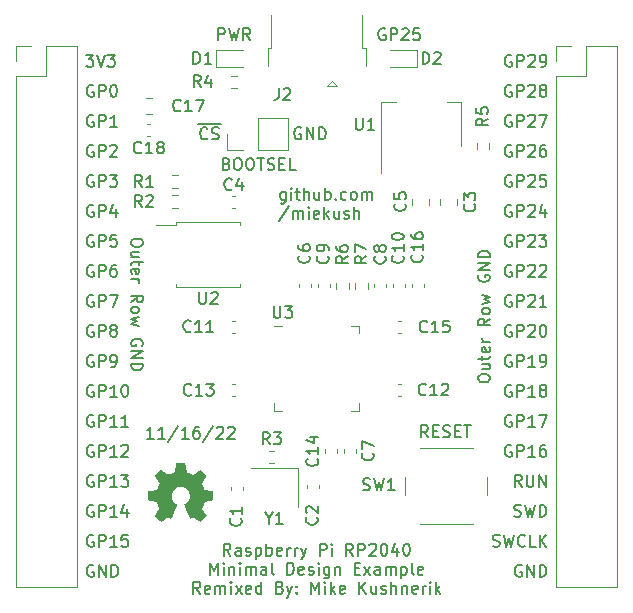
<source format=gbr>
G04 #@! TF.GenerationSoftware,KiCad,Pcbnew,(6.0.2)*
G04 #@! TF.CreationDate,2022-11-16T09:28:02-06:00*
G04 #@! TF.ProjectId,RP2040_minimal,52503230-3430-45f6-9d69-6e696d616c2e,REV1*
G04 #@! TF.SameCoordinates,Original*
G04 #@! TF.FileFunction,Legend,Top*
G04 #@! TF.FilePolarity,Positive*
%FSLAX46Y46*%
G04 Gerber Fmt 4.6, Leading zero omitted, Abs format (unit mm)*
G04 Created by KiCad (PCBNEW (6.0.2)) date 2022-11-16 09:28:02*
%MOMM*%
%LPD*%
G01*
G04 APERTURE LIST*
%ADD10C,0.150000*%
%ADD11C,0.120000*%
G04 APERTURE END LIST*
D10*
X86214542Y-105952380D02*
X85643114Y-105952380D01*
X85928828Y-105952380D02*
X85928828Y-104952380D01*
X85833590Y-105095238D01*
X85738352Y-105190476D01*
X85643114Y-105238095D01*
X87166923Y-105952380D02*
X86595495Y-105952380D01*
X86881209Y-105952380D02*
X86881209Y-104952380D01*
X86785971Y-105095238D01*
X86690733Y-105190476D01*
X86595495Y-105238095D01*
X88309780Y-104904761D02*
X87452638Y-106190476D01*
X89166923Y-105952380D02*
X88595495Y-105952380D01*
X88881209Y-105952380D02*
X88881209Y-104952380D01*
X88785971Y-105095238D01*
X88690733Y-105190476D01*
X88595495Y-105238095D01*
X90024066Y-104952380D02*
X89833590Y-104952380D01*
X89738352Y-105000000D01*
X89690733Y-105047619D01*
X89595495Y-105190476D01*
X89547876Y-105380952D01*
X89547876Y-105761904D01*
X89595495Y-105857142D01*
X89643114Y-105904761D01*
X89738352Y-105952380D01*
X89928828Y-105952380D01*
X90024066Y-105904761D01*
X90071685Y-105857142D01*
X90119304Y-105761904D01*
X90119304Y-105523809D01*
X90071685Y-105428571D01*
X90024066Y-105380952D01*
X89928828Y-105333333D01*
X89738352Y-105333333D01*
X89643114Y-105380952D01*
X89595495Y-105428571D01*
X89547876Y-105523809D01*
X91262161Y-104904761D02*
X90405019Y-106190476D01*
X91547876Y-105047619D02*
X91595495Y-105000000D01*
X91690733Y-104952380D01*
X91928828Y-104952380D01*
X92024066Y-105000000D01*
X92071685Y-105047619D01*
X92119304Y-105142857D01*
X92119304Y-105238095D01*
X92071685Y-105380952D01*
X91500257Y-105952380D01*
X92119304Y-105952380D01*
X92500257Y-105047619D02*
X92547876Y-105000000D01*
X92643114Y-104952380D01*
X92881209Y-104952380D01*
X92976447Y-105000000D01*
X93024066Y-105047619D01*
X93071685Y-105142857D01*
X93071685Y-105238095D01*
X93024066Y-105380952D01*
X92452638Y-105952380D01*
X93071685Y-105952380D01*
X81109404Y-78580000D02*
X81014166Y-78532380D01*
X80871309Y-78532380D01*
X80728452Y-78580000D01*
X80633214Y-78675238D01*
X80585595Y-78770476D01*
X80537976Y-78960952D01*
X80537976Y-79103809D01*
X80585595Y-79294285D01*
X80633214Y-79389523D01*
X80728452Y-79484761D01*
X80871309Y-79532380D01*
X80966547Y-79532380D01*
X81109404Y-79484761D01*
X81157023Y-79437142D01*
X81157023Y-79103809D01*
X80966547Y-79103809D01*
X81585595Y-79532380D02*
X81585595Y-78532380D01*
X81966547Y-78532380D01*
X82061785Y-78580000D01*
X82109404Y-78627619D01*
X82157023Y-78722857D01*
X82157023Y-78865714D01*
X82109404Y-78960952D01*
X82061785Y-79008571D01*
X81966547Y-79056190D01*
X81585595Y-79056190D01*
X83109404Y-79532380D02*
X82537976Y-79532380D01*
X82823690Y-79532380D02*
X82823690Y-78532380D01*
X82728452Y-78675238D01*
X82633214Y-78770476D01*
X82537976Y-78818095D01*
X81109404Y-81120000D02*
X81014166Y-81072380D01*
X80871309Y-81072380D01*
X80728452Y-81120000D01*
X80633214Y-81215238D01*
X80585595Y-81310476D01*
X80537976Y-81500952D01*
X80537976Y-81643809D01*
X80585595Y-81834285D01*
X80633214Y-81929523D01*
X80728452Y-82024761D01*
X80871309Y-82072380D01*
X80966547Y-82072380D01*
X81109404Y-82024761D01*
X81157023Y-81977142D01*
X81157023Y-81643809D01*
X80966547Y-81643809D01*
X81585595Y-82072380D02*
X81585595Y-81072380D01*
X81966547Y-81072380D01*
X82061785Y-81120000D01*
X82109404Y-81167619D01*
X82157023Y-81262857D01*
X82157023Y-81405714D01*
X82109404Y-81500952D01*
X82061785Y-81548571D01*
X81966547Y-81596190D01*
X81585595Y-81596190D01*
X82537976Y-81167619D02*
X82585595Y-81120000D01*
X82680833Y-81072380D01*
X82918928Y-81072380D01*
X83014166Y-81120000D01*
X83061785Y-81167619D01*
X83109404Y-81262857D01*
X83109404Y-81358095D01*
X83061785Y-81500952D01*
X82490357Y-82072380D01*
X83109404Y-82072380D01*
X81109404Y-83660000D02*
X81014166Y-83612380D01*
X80871309Y-83612380D01*
X80728452Y-83660000D01*
X80633214Y-83755238D01*
X80585595Y-83850476D01*
X80537976Y-84040952D01*
X80537976Y-84183809D01*
X80585595Y-84374285D01*
X80633214Y-84469523D01*
X80728452Y-84564761D01*
X80871309Y-84612380D01*
X80966547Y-84612380D01*
X81109404Y-84564761D01*
X81157023Y-84517142D01*
X81157023Y-84183809D01*
X80966547Y-84183809D01*
X81585595Y-84612380D02*
X81585595Y-83612380D01*
X81966547Y-83612380D01*
X82061785Y-83660000D01*
X82109404Y-83707619D01*
X82157023Y-83802857D01*
X82157023Y-83945714D01*
X82109404Y-84040952D01*
X82061785Y-84088571D01*
X81966547Y-84136190D01*
X81585595Y-84136190D01*
X82490357Y-83612380D02*
X83109404Y-83612380D01*
X82776071Y-83993333D01*
X82918928Y-83993333D01*
X83014166Y-84040952D01*
X83061785Y-84088571D01*
X83109404Y-84183809D01*
X83109404Y-84421904D01*
X83061785Y-84517142D01*
X83014166Y-84564761D01*
X82918928Y-84612380D01*
X82633214Y-84612380D01*
X82537976Y-84564761D01*
X82490357Y-84517142D01*
X81109404Y-86200000D02*
X81014166Y-86152380D01*
X80871309Y-86152380D01*
X80728452Y-86200000D01*
X80633214Y-86295238D01*
X80585595Y-86390476D01*
X80537976Y-86580952D01*
X80537976Y-86723809D01*
X80585595Y-86914285D01*
X80633214Y-87009523D01*
X80728452Y-87104761D01*
X80871309Y-87152380D01*
X80966547Y-87152380D01*
X81109404Y-87104761D01*
X81157023Y-87057142D01*
X81157023Y-86723809D01*
X80966547Y-86723809D01*
X81585595Y-87152380D02*
X81585595Y-86152380D01*
X81966547Y-86152380D01*
X82061785Y-86200000D01*
X82109404Y-86247619D01*
X82157023Y-86342857D01*
X82157023Y-86485714D01*
X82109404Y-86580952D01*
X82061785Y-86628571D01*
X81966547Y-86676190D01*
X81585595Y-86676190D01*
X83014166Y-86485714D02*
X83014166Y-87152380D01*
X82776071Y-86104761D02*
X82537976Y-86819047D01*
X83157023Y-86819047D01*
X81109404Y-88740000D02*
X81014166Y-88692380D01*
X80871309Y-88692380D01*
X80728452Y-88740000D01*
X80633214Y-88835238D01*
X80585595Y-88930476D01*
X80537976Y-89120952D01*
X80537976Y-89263809D01*
X80585595Y-89454285D01*
X80633214Y-89549523D01*
X80728452Y-89644761D01*
X80871309Y-89692380D01*
X80966547Y-89692380D01*
X81109404Y-89644761D01*
X81157023Y-89597142D01*
X81157023Y-89263809D01*
X80966547Y-89263809D01*
X81585595Y-89692380D02*
X81585595Y-88692380D01*
X81966547Y-88692380D01*
X82061785Y-88740000D01*
X82109404Y-88787619D01*
X82157023Y-88882857D01*
X82157023Y-89025714D01*
X82109404Y-89120952D01*
X82061785Y-89168571D01*
X81966547Y-89216190D01*
X81585595Y-89216190D01*
X83061785Y-88692380D02*
X82585595Y-88692380D01*
X82537976Y-89168571D01*
X82585595Y-89120952D01*
X82680833Y-89073333D01*
X82918928Y-89073333D01*
X83014166Y-89120952D01*
X83061785Y-89168571D01*
X83109404Y-89263809D01*
X83109404Y-89501904D01*
X83061785Y-89597142D01*
X83014166Y-89644761D01*
X82918928Y-89692380D01*
X82680833Y-89692380D01*
X82585595Y-89644761D01*
X82537976Y-89597142D01*
X81109404Y-91280000D02*
X81014166Y-91232380D01*
X80871309Y-91232380D01*
X80728452Y-91280000D01*
X80633214Y-91375238D01*
X80585595Y-91470476D01*
X80537976Y-91660952D01*
X80537976Y-91803809D01*
X80585595Y-91994285D01*
X80633214Y-92089523D01*
X80728452Y-92184761D01*
X80871309Y-92232380D01*
X80966547Y-92232380D01*
X81109404Y-92184761D01*
X81157023Y-92137142D01*
X81157023Y-91803809D01*
X80966547Y-91803809D01*
X81585595Y-92232380D02*
X81585595Y-91232380D01*
X81966547Y-91232380D01*
X82061785Y-91280000D01*
X82109404Y-91327619D01*
X82157023Y-91422857D01*
X82157023Y-91565714D01*
X82109404Y-91660952D01*
X82061785Y-91708571D01*
X81966547Y-91756190D01*
X81585595Y-91756190D01*
X83014166Y-91232380D02*
X82823690Y-91232380D01*
X82728452Y-91280000D01*
X82680833Y-91327619D01*
X82585595Y-91470476D01*
X82537976Y-91660952D01*
X82537976Y-92041904D01*
X82585595Y-92137142D01*
X82633214Y-92184761D01*
X82728452Y-92232380D01*
X82918928Y-92232380D01*
X83014166Y-92184761D01*
X83061785Y-92137142D01*
X83109404Y-92041904D01*
X83109404Y-91803809D01*
X83061785Y-91708571D01*
X83014166Y-91660952D01*
X82918928Y-91613333D01*
X82728452Y-91613333D01*
X82633214Y-91660952D01*
X82585595Y-91708571D01*
X82537976Y-91803809D01*
X81109404Y-93820000D02*
X81014166Y-93772380D01*
X80871309Y-93772380D01*
X80728452Y-93820000D01*
X80633214Y-93915238D01*
X80585595Y-94010476D01*
X80537976Y-94200952D01*
X80537976Y-94343809D01*
X80585595Y-94534285D01*
X80633214Y-94629523D01*
X80728452Y-94724761D01*
X80871309Y-94772380D01*
X80966547Y-94772380D01*
X81109404Y-94724761D01*
X81157023Y-94677142D01*
X81157023Y-94343809D01*
X80966547Y-94343809D01*
X81585595Y-94772380D02*
X81585595Y-93772380D01*
X81966547Y-93772380D01*
X82061785Y-93820000D01*
X82109404Y-93867619D01*
X82157023Y-93962857D01*
X82157023Y-94105714D01*
X82109404Y-94200952D01*
X82061785Y-94248571D01*
X81966547Y-94296190D01*
X81585595Y-94296190D01*
X82490357Y-93772380D02*
X83157023Y-93772380D01*
X82728452Y-94772380D01*
X81109404Y-96360000D02*
X81014166Y-96312380D01*
X80871309Y-96312380D01*
X80728452Y-96360000D01*
X80633214Y-96455238D01*
X80585595Y-96550476D01*
X80537976Y-96740952D01*
X80537976Y-96883809D01*
X80585595Y-97074285D01*
X80633214Y-97169523D01*
X80728452Y-97264761D01*
X80871309Y-97312380D01*
X80966547Y-97312380D01*
X81109404Y-97264761D01*
X81157023Y-97217142D01*
X81157023Y-96883809D01*
X80966547Y-96883809D01*
X81585595Y-97312380D02*
X81585595Y-96312380D01*
X81966547Y-96312380D01*
X82061785Y-96360000D01*
X82109404Y-96407619D01*
X82157023Y-96502857D01*
X82157023Y-96645714D01*
X82109404Y-96740952D01*
X82061785Y-96788571D01*
X81966547Y-96836190D01*
X81585595Y-96836190D01*
X82728452Y-96740952D02*
X82633214Y-96693333D01*
X82585595Y-96645714D01*
X82537976Y-96550476D01*
X82537976Y-96502857D01*
X82585595Y-96407619D01*
X82633214Y-96360000D01*
X82728452Y-96312380D01*
X82918928Y-96312380D01*
X83014166Y-96360000D01*
X83061785Y-96407619D01*
X83109404Y-96502857D01*
X83109404Y-96550476D01*
X83061785Y-96645714D01*
X83014166Y-96693333D01*
X82918928Y-96740952D01*
X82728452Y-96740952D01*
X82633214Y-96788571D01*
X82585595Y-96836190D01*
X82537976Y-96931428D01*
X82537976Y-97121904D01*
X82585595Y-97217142D01*
X82633214Y-97264761D01*
X82728452Y-97312380D01*
X82918928Y-97312380D01*
X83014166Y-97264761D01*
X83061785Y-97217142D01*
X83109404Y-97121904D01*
X83109404Y-96931428D01*
X83061785Y-96836190D01*
X83014166Y-96788571D01*
X82918928Y-96740952D01*
X81109404Y-98900000D02*
X81014166Y-98852380D01*
X80871309Y-98852380D01*
X80728452Y-98900000D01*
X80633214Y-98995238D01*
X80585595Y-99090476D01*
X80537976Y-99280952D01*
X80537976Y-99423809D01*
X80585595Y-99614285D01*
X80633214Y-99709523D01*
X80728452Y-99804761D01*
X80871309Y-99852380D01*
X80966547Y-99852380D01*
X81109404Y-99804761D01*
X81157023Y-99757142D01*
X81157023Y-99423809D01*
X80966547Y-99423809D01*
X81585595Y-99852380D02*
X81585595Y-98852380D01*
X81966547Y-98852380D01*
X82061785Y-98900000D01*
X82109404Y-98947619D01*
X82157023Y-99042857D01*
X82157023Y-99185714D01*
X82109404Y-99280952D01*
X82061785Y-99328571D01*
X81966547Y-99376190D01*
X81585595Y-99376190D01*
X82633214Y-99852380D02*
X82823690Y-99852380D01*
X82918928Y-99804761D01*
X82966547Y-99757142D01*
X83061785Y-99614285D01*
X83109404Y-99423809D01*
X83109404Y-99042857D01*
X83061785Y-98947619D01*
X83014166Y-98900000D01*
X82918928Y-98852380D01*
X82728452Y-98852380D01*
X82633214Y-98900000D01*
X82585595Y-98947619D01*
X82537976Y-99042857D01*
X82537976Y-99280952D01*
X82585595Y-99376190D01*
X82633214Y-99423809D01*
X82728452Y-99471428D01*
X82918928Y-99471428D01*
X83014166Y-99423809D01*
X83061785Y-99376190D01*
X83109404Y-99280952D01*
X81109404Y-103980000D02*
X81014166Y-103932380D01*
X80871309Y-103932380D01*
X80728452Y-103980000D01*
X80633214Y-104075238D01*
X80585595Y-104170476D01*
X80537976Y-104360952D01*
X80537976Y-104503809D01*
X80585595Y-104694285D01*
X80633214Y-104789523D01*
X80728452Y-104884761D01*
X80871309Y-104932380D01*
X80966547Y-104932380D01*
X81109404Y-104884761D01*
X81157023Y-104837142D01*
X81157023Y-104503809D01*
X80966547Y-104503809D01*
X81585595Y-104932380D02*
X81585595Y-103932380D01*
X81966547Y-103932380D01*
X82061785Y-103980000D01*
X82109404Y-104027619D01*
X82157023Y-104122857D01*
X82157023Y-104265714D01*
X82109404Y-104360952D01*
X82061785Y-104408571D01*
X81966547Y-104456190D01*
X81585595Y-104456190D01*
X83109404Y-104932380D02*
X82537976Y-104932380D01*
X82823690Y-104932380D02*
X82823690Y-103932380D01*
X82728452Y-104075238D01*
X82633214Y-104170476D01*
X82537976Y-104218095D01*
X84061785Y-104932380D02*
X83490357Y-104932380D01*
X83776071Y-104932380D02*
X83776071Y-103932380D01*
X83680833Y-104075238D01*
X83585595Y-104170476D01*
X83490357Y-104218095D01*
X81109404Y-101440000D02*
X81014166Y-101392380D01*
X80871309Y-101392380D01*
X80728452Y-101440000D01*
X80633214Y-101535238D01*
X80585595Y-101630476D01*
X80537976Y-101820952D01*
X80537976Y-101963809D01*
X80585595Y-102154285D01*
X80633214Y-102249523D01*
X80728452Y-102344761D01*
X80871309Y-102392380D01*
X80966547Y-102392380D01*
X81109404Y-102344761D01*
X81157023Y-102297142D01*
X81157023Y-101963809D01*
X80966547Y-101963809D01*
X81585595Y-102392380D02*
X81585595Y-101392380D01*
X81966547Y-101392380D01*
X82061785Y-101440000D01*
X82109404Y-101487619D01*
X82157023Y-101582857D01*
X82157023Y-101725714D01*
X82109404Y-101820952D01*
X82061785Y-101868571D01*
X81966547Y-101916190D01*
X81585595Y-101916190D01*
X83109404Y-102392380D02*
X82537976Y-102392380D01*
X82823690Y-102392380D02*
X82823690Y-101392380D01*
X82728452Y-101535238D01*
X82633214Y-101630476D01*
X82537976Y-101678095D01*
X83728452Y-101392380D02*
X83823690Y-101392380D01*
X83918928Y-101440000D01*
X83966547Y-101487619D01*
X84014166Y-101582857D01*
X84061785Y-101773333D01*
X84061785Y-102011428D01*
X84014166Y-102201904D01*
X83966547Y-102297142D01*
X83918928Y-102344761D01*
X83823690Y-102392380D01*
X83728452Y-102392380D01*
X83633214Y-102344761D01*
X83585595Y-102297142D01*
X83537976Y-102201904D01*
X83490357Y-102011428D01*
X83490357Y-101773333D01*
X83537976Y-101582857D01*
X83585595Y-101487619D01*
X83633214Y-101440000D01*
X83728452Y-101392380D01*
X81109404Y-106520000D02*
X81014166Y-106472380D01*
X80871309Y-106472380D01*
X80728452Y-106520000D01*
X80633214Y-106615238D01*
X80585595Y-106710476D01*
X80537976Y-106900952D01*
X80537976Y-107043809D01*
X80585595Y-107234285D01*
X80633214Y-107329523D01*
X80728452Y-107424761D01*
X80871309Y-107472380D01*
X80966547Y-107472380D01*
X81109404Y-107424761D01*
X81157023Y-107377142D01*
X81157023Y-107043809D01*
X80966547Y-107043809D01*
X81585595Y-107472380D02*
X81585595Y-106472380D01*
X81966547Y-106472380D01*
X82061785Y-106520000D01*
X82109404Y-106567619D01*
X82157023Y-106662857D01*
X82157023Y-106805714D01*
X82109404Y-106900952D01*
X82061785Y-106948571D01*
X81966547Y-106996190D01*
X81585595Y-106996190D01*
X83109404Y-107472380D02*
X82537976Y-107472380D01*
X82823690Y-107472380D02*
X82823690Y-106472380D01*
X82728452Y-106615238D01*
X82633214Y-106710476D01*
X82537976Y-106758095D01*
X83490357Y-106567619D02*
X83537976Y-106520000D01*
X83633214Y-106472380D01*
X83871309Y-106472380D01*
X83966547Y-106520000D01*
X84014166Y-106567619D01*
X84061785Y-106662857D01*
X84061785Y-106758095D01*
X84014166Y-106900952D01*
X83442738Y-107472380D01*
X84061785Y-107472380D01*
X81109404Y-109060000D02*
X81014166Y-109012380D01*
X80871309Y-109012380D01*
X80728452Y-109060000D01*
X80633214Y-109155238D01*
X80585595Y-109250476D01*
X80537976Y-109440952D01*
X80537976Y-109583809D01*
X80585595Y-109774285D01*
X80633214Y-109869523D01*
X80728452Y-109964761D01*
X80871309Y-110012380D01*
X80966547Y-110012380D01*
X81109404Y-109964761D01*
X81157023Y-109917142D01*
X81157023Y-109583809D01*
X80966547Y-109583809D01*
X81585595Y-110012380D02*
X81585595Y-109012380D01*
X81966547Y-109012380D01*
X82061785Y-109060000D01*
X82109404Y-109107619D01*
X82157023Y-109202857D01*
X82157023Y-109345714D01*
X82109404Y-109440952D01*
X82061785Y-109488571D01*
X81966547Y-109536190D01*
X81585595Y-109536190D01*
X83109404Y-110012380D02*
X82537976Y-110012380D01*
X82823690Y-110012380D02*
X82823690Y-109012380D01*
X82728452Y-109155238D01*
X82633214Y-109250476D01*
X82537976Y-109298095D01*
X83442738Y-109012380D02*
X84061785Y-109012380D01*
X83728452Y-109393333D01*
X83871309Y-109393333D01*
X83966547Y-109440952D01*
X84014166Y-109488571D01*
X84061785Y-109583809D01*
X84061785Y-109821904D01*
X84014166Y-109917142D01*
X83966547Y-109964761D01*
X83871309Y-110012380D01*
X83585595Y-110012380D01*
X83490357Y-109964761D01*
X83442738Y-109917142D01*
X81109404Y-114140000D02*
X81014166Y-114092380D01*
X80871309Y-114092380D01*
X80728452Y-114140000D01*
X80633214Y-114235238D01*
X80585595Y-114330476D01*
X80537976Y-114520952D01*
X80537976Y-114663809D01*
X80585595Y-114854285D01*
X80633214Y-114949523D01*
X80728452Y-115044761D01*
X80871309Y-115092380D01*
X80966547Y-115092380D01*
X81109404Y-115044761D01*
X81157023Y-114997142D01*
X81157023Y-114663809D01*
X80966547Y-114663809D01*
X81585595Y-115092380D02*
X81585595Y-114092380D01*
X81966547Y-114092380D01*
X82061785Y-114140000D01*
X82109404Y-114187619D01*
X82157023Y-114282857D01*
X82157023Y-114425714D01*
X82109404Y-114520952D01*
X82061785Y-114568571D01*
X81966547Y-114616190D01*
X81585595Y-114616190D01*
X83109404Y-115092380D02*
X82537976Y-115092380D01*
X82823690Y-115092380D02*
X82823690Y-114092380D01*
X82728452Y-114235238D01*
X82633214Y-114330476D01*
X82537976Y-114378095D01*
X84014166Y-114092380D02*
X83537976Y-114092380D01*
X83490357Y-114568571D01*
X83537976Y-114520952D01*
X83633214Y-114473333D01*
X83871309Y-114473333D01*
X83966547Y-114520952D01*
X84014166Y-114568571D01*
X84061785Y-114663809D01*
X84061785Y-114901904D01*
X84014166Y-114997142D01*
X83966547Y-115044761D01*
X83871309Y-115092380D01*
X83633214Y-115092380D01*
X83537976Y-115044761D01*
X83490357Y-114997142D01*
X81109404Y-111600000D02*
X81014166Y-111552380D01*
X80871309Y-111552380D01*
X80728452Y-111600000D01*
X80633214Y-111695238D01*
X80585595Y-111790476D01*
X80537976Y-111980952D01*
X80537976Y-112123809D01*
X80585595Y-112314285D01*
X80633214Y-112409523D01*
X80728452Y-112504761D01*
X80871309Y-112552380D01*
X80966547Y-112552380D01*
X81109404Y-112504761D01*
X81157023Y-112457142D01*
X81157023Y-112123809D01*
X80966547Y-112123809D01*
X81585595Y-112552380D02*
X81585595Y-111552380D01*
X81966547Y-111552380D01*
X82061785Y-111600000D01*
X82109404Y-111647619D01*
X82157023Y-111742857D01*
X82157023Y-111885714D01*
X82109404Y-111980952D01*
X82061785Y-112028571D01*
X81966547Y-112076190D01*
X81585595Y-112076190D01*
X83109404Y-112552380D02*
X82537976Y-112552380D01*
X82823690Y-112552380D02*
X82823690Y-111552380D01*
X82728452Y-111695238D01*
X82633214Y-111790476D01*
X82537976Y-111838095D01*
X83966547Y-111885714D02*
X83966547Y-112552380D01*
X83728452Y-111504761D02*
X83490357Y-112219047D01*
X84109404Y-112219047D01*
X116509642Y-76040000D02*
X116414404Y-75992380D01*
X116271547Y-75992380D01*
X116128690Y-76040000D01*
X116033452Y-76135238D01*
X115985833Y-76230476D01*
X115938214Y-76420952D01*
X115938214Y-76563809D01*
X115985833Y-76754285D01*
X116033452Y-76849523D01*
X116128690Y-76944761D01*
X116271547Y-76992380D01*
X116366785Y-76992380D01*
X116509642Y-76944761D01*
X116557261Y-76897142D01*
X116557261Y-76563809D01*
X116366785Y-76563809D01*
X116985833Y-76992380D02*
X116985833Y-75992380D01*
X117366785Y-75992380D01*
X117462023Y-76040000D01*
X117509642Y-76087619D01*
X117557261Y-76182857D01*
X117557261Y-76325714D01*
X117509642Y-76420952D01*
X117462023Y-76468571D01*
X117366785Y-76516190D01*
X116985833Y-76516190D01*
X117938214Y-76087619D02*
X117985833Y-76040000D01*
X118081071Y-75992380D01*
X118319166Y-75992380D01*
X118414404Y-76040000D01*
X118462023Y-76087619D01*
X118509642Y-76182857D01*
X118509642Y-76278095D01*
X118462023Y-76420952D01*
X117890595Y-76992380D01*
X118509642Y-76992380D01*
X119081071Y-76420952D02*
X118985833Y-76373333D01*
X118938214Y-76325714D01*
X118890595Y-76230476D01*
X118890595Y-76182857D01*
X118938214Y-76087619D01*
X118985833Y-76040000D01*
X119081071Y-75992380D01*
X119271547Y-75992380D01*
X119366785Y-76040000D01*
X119414404Y-76087619D01*
X119462023Y-76182857D01*
X119462023Y-76230476D01*
X119414404Y-76325714D01*
X119366785Y-76373333D01*
X119271547Y-76420952D01*
X119081071Y-76420952D01*
X118985833Y-76468571D01*
X118938214Y-76516190D01*
X118890595Y-76611428D01*
X118890595Y-76801904D01*
X118938214Y-76897142D01*
X118985833Y-76944761D01*
X119081071Y-76992380D01*
X119271547Y-76992380D01*
X119366785Y-76944761D01*
X119414404Y-76897142D01*
X119462023Y-76801904D01*
X119462023Y-76611428D01*
X119414404Y-76516190D01*
X119366785Y-76468571D01*
X119271547Y-76420952D01*
X116509642Y-78580000D02*
X116414404Y-78532380D01*
X116271547Y-78532380D01*
X116128690Y-78580000D01*
X116033452Y-78675238D01*
X115985833Y-78770476D01*
X115938214Y-78960952D01*
X115938214Y-79103809D01*
X115985833Y-79294285D01*
X116033452Y-79389523D01*
X116128690Y-79484761D01*
X116271547Y-79532380D01*
X116366785Y-79532380D01*
X116509642Y-79484761D01*
X116557261Y-79437142D01*
X116557261Y-79103809D01*
X116366785Y-79103809D01*
X116985833Y-79532380D02*
X116985833Y-78532380D01*
X117366785Y-78532380D01*
X117462023Y-78580000D01*
X117509642Y-78627619D01*
X117557261Y-78722857D01*
X117557261Y-78865714D01*
X117509642Y-78960952D01*
X117462023Y-79008571D01*
X117366785Y-79056190D01*
X116985833Y-79056190D01*
X117938214Y-78627619D02*
X117985833Y-78580000D01*
X118081071Y-78532380D01*
X118319166Y-78532380D01*
X118414404Y-78580000D01*
X118462023Y-78627619D01*
X118509642Y-78722857D01*
X118509642Y-78818095D01*
X118462023Y-78960952D01*
X117890595Y-79532380D01*
X118509642Y-79532380D01*
X118842976Y-78532380D02*
X119509642Y-78532380D01*
X119081071Y-79532380D01*
X116509642Y-81120000D02*
X116414404Y-81072380D01*
X116271547Y-81072380D01*
X116128690Y-81120000D01*
X116033452Y-81215238D01*
X115985833Y-81310476D01*
X115938214Y-81500952D01*
X115938214Y-81643809D01*
X115985833Y-81834285D01*
X116033452Y-81929523D01*
X116128690Y-82024761D01*
X116271547Y-82072380D01*
X116366785Y-82072380D01*
X116509642Y-82024761D01*
X116557261Y-81977142D01*
X116557261Y-81643809D01*
X116366785Y-81643809D01*
X116985833Y-82072380D02*
X116985833Y-81072380D01*
X117366785Y-81072380D01*
X117462023Y-81120000D01*
X117509642Y-81167619D01*
X117557261Y-81262857D01*
X117557261Y-81405714D01*
X117509642Y-81500952D01*
X117462023Y-81548571D01*
X117366785Y-81596190D01*
X116985833Y-81596190D01*
X117938214Y-81167619D02*
X117985833Y-81120000D01*
X118081071Y-81072380D01*
X118319166Y-81072380D01*
X118414404Y-81120000D01*
X118462023Y-81167619D01*
X118509642Y-81262857D01*
X118509642Y-81358095D01*
X118462023Y-81500952D01*
X117890595Y-82072380D01*
X118509642Y-82072380D01*
X119366785Y-81072380D02*
X119176309Y-81072380D01*
X119081071Y-81120000D01*
X119033452Y-81167619D01*
X118938214Y-81310476D01*
X118890595Y-81500952D01*
X118890595Y-81881904D01*
X118938214Y-81977142D01*
X118985833Y-82024761D01*
X119081071Y-82072380D01*
X119271547Y-82072380D01*
X119366785Y-82024761D01*
X119414404Y-81977142D01*
X119462023Y-81881904D01*
X119462023Y-81643809D01*
X119414404Y-81548571D01*
X119366785Y-81500952D01*
X119271547Y-81453333D01*
X119081071Y-81453333D01*
X118985833Y-81500952D01*
X118938214Y-81548571D01*
X118890595Y-81643809D01*
X116509642Y-83660000D02*
X116414404Y-83612380D01*
X116271547Y-83612380D01*
X116128690Y-83660000D01*
X116033452Y-83755238D01*
X115985833Y-83850476D01*
X115938214Y-84040952D01*
X115938214Y-84183809D01*
X115985833Y-84374285D01*
X116033452Y-84469523D01*
X116128690Y-84564761D01*
X116271547Y-84612380D01*
X116366785Y-84612380D01*
X116509642Y-84564761D01*
X116557261Y-84517142D01*
X116557261Y-84183809D01*
X116366785Y-84183809D01*
X116985833Y-84612380D02*
X116985833Y-83612380D01*
X117366785Y-83612380D01*
X117462023Y-83660000D01*
X117509642Y-83707619D01*
X117557261Y-83802857D01*
X117557261Y-83945714D01*
X117509642Y-84040952D01*
X117462023Y-84088571D01*
X117366785Y-84136190D01*
X116985833Y-84136190D01*
X117938214Y-83707619D02*
X117985833Y-83660000D01*
X118081071Y-83612380D01*
X118319166Y-83612380D01*
X118414404Y-83660000D01*
X118462023Y-83707619D01*
X118509642Y-83802857D01*
X118509642Y-83898095D01*
X118462023Y-84040952D01*
X117890595Y-84612380D01*
X118509642Y-84612380D01*
X119414404Y-83612380D02*
X118938214Y-83612380D01*
X118890595Y-84088571D01*
X118938214Y-84040952D01*
X119033452Y-83993333D01*
X119271547Y-83993333D01*
X119366785Y-84040952D01*
X119414404Y-84088571D01*
X119462023Y-84183809D01*
X119462023Y-84421904D01*
X119414404Y-84517142D01*
X119366785Y-84564761D01*
X119271547Y-84612380D01*
X119033452Y-84612380D01*
X118938214Y-84564761D01*
X118890595Y-84517142D01*
X116509642Y-86200000D02*
X116414404Y-86152380D01*
X116271547Y-86152380D01*
X116128690Y-86200000D01*
X116033452Y-86295238D01*
X115985833Y-86390476D01*
X115938214Y-86580952D01*
X115938214Y-86723809D01*
X115985833Y-86914285D01*
X116033452Y-87009523D01*
X116128690Y-87104761D01*
X116271547Y-87152380D01*
X116366785Y-87152380D01*
X116509642Y-87104761D01*
X116557261Y-87057142D01*
X116557261Y-86723809D01*
X116366785Y-86723809D01*
X116985833Y-87152380D02*
X116985833Y-86152380D01*
X117366785Y-86152380D01*
X117462023Y-86200000D01*
X117509642Y-86247619D01*
X117557261Y-86342857D01*
X117557261Y-86485714D01*
X117509642Y-86580952D01*
X117462023Y-86628571D01*
X117366785Y-86676190D01*
X116985833Y-86676190D01*
X117938214Y-86247619D02*
X117985833Y-86200000D01*
X118081071Y-86152380D01*
X118319166Y-86152380D01*
X118414404Y-86200000D01*
X118462023Y-86247619D01*
X118509642Y-86342857D01*
X118509642Y-86438095D01*
X118462023Y-86580952D01*
X117890595Y-87152380D01*
X118509642Y-87152380D01*
X119366785Y-86485714D02*
X119366785Y-87152380D01*
X119128690Y-86104761D02*
X118890595Y-86819047D01*
X119509642Y-86819047D01*
X116509642Y-88740000D02*
X116414404Y-88692380D01*
X116271547Y-88692380D01*
X116128690Y-88740000D01*
X116033452Y-88835238D01*
X115985833Y-88930476D01*
X115938214Y-89120952D01*
X115938214Y-89263809D01*
X115985833Y-89454285D01*
X116033452Y-89549523D01*
X116128690Y-89644761D01*
X116271547Y-89692380D01*
X116366785Y-89692380D01*
X116509642Y-89644761D01*
X116557261Y-89597142D01*
X116557261Y-89263809D01*
X116366785Y-89263809D01*
X116985833Y-89692380D02*
X116985833Y-88692380D01*
X117366785Y-88692380D01*
X117462023Y-88740000D01*
X117509642Y-88787619D01*
X117557261Y-88882857D01*
X117557261Y-89025714D01*
X117509642Y-89120952D01*
X117462023Y-89168571D01*
X117366785Y-89216190D01*
X116985833Y-89216190D01*
X117938214Y-88787619D02*
X117985833Y-88740000D01*
X118081071Y-88692380D01*
X118319166Y-88692380D01*
X118414404Y-88740000D01*
X118462023Y-88787619D01*
X118509642Y-88882857D01*
X118509642Y-88978095D01*
X118462023Y-89120952D01*
X117890595Y-89692380D01*
X118509642Y-89692380D01*
X118842976Y-88692380D02*
X119462023Y-88692380D01*
X119128690Y-89073333D01*
X119271547Y-89073333D01*
X119366785Y-89120952D01*
X119414404Y-89168571D01*
X119462023Y-89263809D01*
X119462023Y-89501904D01*
X119414404Y-89597142D01*
X119366785Y-89644761D01*
X119271547Y-89692380D01*
X118985833Y-89692380D01*
X118890595Y-89644761D01*
X118842976Y-89597142D01*
X116509642Y-93820000D02*
X116414404Y-93772380D01*
X116271547Y-93772380D01*
X116128690Y-93820000D01*
X116033452Y-93915238D01*
X115985833Y-94010476D01*
X115938214Y-94200952D01*
X115938214Y-94343809D01*
X115985833Y-94534285D01*
X116033452Y-94629523D01*
X116128690Y-94724761D01*
X116271547Y-94772380D01*
X116366785Y-94772380D01*
X116509642Y-94724761D01*
X116557261Y-94677142D01*
X116557261Y-94343809D01*
X116366785Y-94343809D01*
X116985833Y-94772380D02*
X116985833Y-93772380D01*
X117366785Y-93772380D01*
X117462023Y-93820000D01*
X117509642Y-93867619D01*
X117557261Y-93962857D01*
X117557261Y-94105714D01*
X117509642Y-94200952D01*
X117462023Y-94248571D01*
X117366785Y-94296190D01*
X116985833Y-94296190D01*
X117938214Y-93867619D02*
X117985833Y-93820000D01*
X118081071Y-93772380D01*
X118319166Y-93772380D01*
X118414404Y-93820000D01*
X118462023Y-93867619D01*
X118509642Y-93962857D01*
X118509642Y-94058095D01*
X118462023Y-94200952D01*
X117890595Y-94772380D01*
X118509642Y-94772380D01*
X119462023Y-94772380D02*
X118890595Y-94772380D01*
X119176309Y-94772380D02*
X119176309Y-93772380D01*
X119081071Y-93915238D01*
X118985833Y-94010476D01*
X118890595Y-94058095D01*
X116509642Y-96360000D02*
X116414404Y-96312380D01*
X116271547Y-96312380D01*
X116128690Y-96360000D01*
X116033452Y-96455238D01*
X115985833Y-96550476D01*
X115938214Y-96740952D01*
X115938214Y-96883809D01*
X115985833Y-97074285D01*
X116033452Y-97169523D01*
X116128690Y-97264761D01*
X116271547Y-97312380D01*
X116366785Y-97312380D01*
X116509642Y-97264761D01*
X116557261Y-97217142D01*
X116557261Y-96883809D01*
X116366785Y-96883809D01*
X116985833Y-97312380D02*
X116985833Y-96312380D01*
X117366785Y-96312380D01*
X117462023Y-96360000D01*
X117509642Y-96407619D01*
X117557261Y-96502857D01*
X117557261Y-96645714D01*
X117509642Y-96740952D01*
X117462023Y-96788571D01*
X117366785Y-96836190D01*
X116985833Y-96836190D01*
X117938214Y-96407619D02*
X117985833Y-96360000D01*
X118081071Y-96312380D01*
X118319166Y-96312380D01*
X118414404Y-96360000D01*
X118462023Y-96407619D01*
X118509642Y-96502857D01*
X118509642Y-96598095D01*
X118462023Y-96740952D01*
X117890595Y-97312380D01*
X118509642Y-97312380D01*
X119128690Y-96312380D02*
X119223928Y-96312380D01*
X119319166Y-96360000D01*
X119366785Y-96407619D01*
X119414404Y-96502857D01*
X119462023Y-96693333D01*
X119462023Y-96931428D01*
X119414404Y-97121904D01*
X119366785Y-97217142D01*
X119319166Y-97264761D01*
X119223928Y-97312380D01*
X119128690Y-97312380D01*
X119033452Y-97264761D01*
X118985833Y-97217142D01*
X118938214Y-97121904D01*
X118890595Y-96931428D01*
X118890595Y-96693333D01*
X118938214Y-96502857D01*
X118985833Y-96407619D01*
X119033452Y-96360000D01*
X119128690Y-96312380D01*
X116509642Y-98900000D02*
X116414404Y-98852380D01*
X116271547Y-98852380D01*
X116128690Y-98900000D01*
X116033452Y-98995238D01*
X115985833Y-99090476D01*
X115938214Y-99280952D01*
X115938214Y-99423809D01*
X115985833Y-99614285D01*
X116033452Y-99709523D01*
X116128690Y-99804761D01*
X116271547Y-99852380D01*
X116366785Y-99852380D01*
X116509642Y-99804761D01*
X116557261Y-99757142D01*
X116557261Y-99423809D01*
X116366785Y-99423809D01*
X116985833Y-99852380D02*
X116985833Y-98852380D01*
X117366785Y-98852380D01*
X117462023Y-98900000D01*
X117509642Y-98947619D01*
X117557261Y-99042857D01*
X117557261Y-99185714D01*
X117509642Y-99280952D01*
X117462023Y-99328571D01*
X117366785Y-99376190D01*
X116985833Y-99376190D01*
X118509642Y-99852380D02*
X117938214Y-99852380D01*
X118223928Y-99852380D02*
X118223928Y-98852380D01*
X118128690Y-98995238D01*
X118033452Y-99090476D01*
X117938214Y-99138095D01*
X118985833Y-99852380D02*
X119176309Y-99852380D01*
X119271547Y-99804761D01*
X119319166Y-99757142D01*
X119414404Y-99614285D01*
X119462023Y-99423809D01*
X119462023Y-99042857D01*
X119414404Y-98947619D01*
X119366785Y-98900000D01*
X119271547Y-98852380D01*
X119081071Y-98852380D01*
X118985833Y-98900000D01*
X118938214Y-98947619D01*
X118890595Y-99042857D01*
X118890595Y-99280952D01*
X118938214Y-99376190D01*
X118985833Y-99423809D01*
X119081071Y-99471428D01*
X119271547Y-99471428D01*
X119366785Y-99423809D01*
X119414404Y-99376190D01*
X119462023Y-99280952D01*
X116509642Y-103980000D02*
X116414404Y-103932380D01*
X116271547Y-103932380D01*
X116128690Y-103980000D01*
X116033452Y-104075238D01*
X115985833Y-104170476D01*
X115938214Y-104360952D01*
X115938214Y-104503809D01*
X115985833Y-104694285D01*
X116033452Y-104789523D01*
X116128690Y-104884761D01*
X116271547Y-104932380D01*
X116366785Y-104932380D01*
X116509642Y-104884761D01*
X116557261Y-104837142D01*
X116557261Y-104503809D01*
X116366785Y-104503809D01*
X116985833Y-104932380D02*
X116985833Y-103932380D01*
X117366785Y-103932380D01*
X117462023Y-103980000D01*
X117509642Y-104027619D01*
X117557261Y-104122857D01*
X117557261Y-104265714D01*
X117509642Y-104360952D01*
X117462023Y-104408571D01*
X117366785Y-104456190D01*
X116985833Y-104456190D01*
X118509642Y-104932380D02*
X117938214Y-104932380D01*
X118223928Y-104932380D02*
X118223928Y-103932380D01*
X118128690Y-104075238D01*
X118033452Y-104170476D01*
X117938214Y-104218095D01*
X118842976Y-103932380D02*
X119509642Y-103932380D01*
X119081071Y-104932380D01*
X116509642Y-91280000D02*
X116414404Y-91232380D01*
X116271547Y-91232380D01*
X116128690Y-91280000D01*
X116033452Y-91375238D01*
X115985833Y-91470476D01*
X115938214Y-91660952D01*
X115938214Y-91803809D01*
X115985833Y-91994285D01*
X116033452Y-92089523D01*
X116128690Y-92184761D01*
X116271547Y-92232380D01*
X116366785Y-92232380D01*
X116509642Y-92184761D01*
X116557261Y-92137142D01*
X116557261Y-91803809D01*
X116366785Y-91803809D01*
X116985833Y-92232380D02*
X116985833Y-91232380D01*
X117366785Y-91232380D01*
X117462023Y-91280000D01*
X117509642Y-91327619D01*
X117557261Y-91422857D01*
X117557261Y-91565714D01*
X117509642Y-91660952D01*
X117462023Y-91708571D01*
X117366785Y-91756190D01*
X116985833Y-91756190D01*
X117938214Y-91327619D02*
X117985833Y-91280000D01*
X118081071Y-91232380D01*
X118319166Y-91232380D01*
X118414404Y-91280000D01*
X118462023Y-91327619D01*
X118509642Y-91422857D01*
X118509642Y-91518095D01*
X118462023Y-91660952D01*
X117890595Y-92232380D01*
X118509642Y-92232380D01*
X118890595Y-91327619D02*
X118938214Y-91280000D01*
X119033452Y-91232380D01*
X119271547Y-91232380D01*
X119366785Y-91280000D01*
X119414404Y-91327619D01*
X119462023Y-91422857D01*
X119462023Y-91518095D01*
X119414404Y-91660952D01*
X118842976Y-92232380D01*
X119462023Y-92232380D01*
X116509642Y-101440000D02*
X116414404Y-101392380D01*
X116271547Y-101392380D01*
X116128690Y-101440000D01*
X116033452Y-101535238D01*
X115985833Y-101630476D01*
X115938214Y-101820952D01*
X115938214Y-101963809D01*
X115985833Y-102154285D01*
X116033452Y-102249523D01*
X116128690Y-102344761D01*
X116271547Y-102392380D01*
X116366785Y-102392380D01*
X116509642Y-102344761D01*
X116557261Y-102297142D01*
X116557261Y-101963809D01*
X116366785Y-101963809D01*
X116985833Y-102392380D02*
X116985833Y-101392380D01*
X117366785Y-101392380D01*
X117462023Y-101440000D01*
X117509642Y-101487619D01*
X117557261Y-101582857D01*
X117557261Y-101725714D01*
X117509642Y-101820952D01*
X117462023Y-101868571D01*
X117366785Y-101916190D01*
X116985833Y-101916190D01*
X118509642Y-102392380D02*
X117938214Y-102392380D01*
X118223928Y-102392380D02*
X118223928Y-101392380D01*
X118128690Y-101535238D01*
X118033452Y-101630476D01*
X117938214Y-101678095D01*
X119081071Y-101820952D02*
X118985833Y-101773333D01*
X118938214Y-101725714D01*
X118890595Y-101630476D01*
X118890595Y-101582857D01*
X118938214Y-101487619D01*
X118985833Y-101440000D01*
X119081071Y-101392380D01*
X119271547Y-101392380D01*
X119366785Y-101440000D01*
X119414404Y-101487619D01*
X119462023Y-101582857D01*
X119462023Y-101630476D01*
X119414404Y-101725714D01*
X119366785Y-101773333D01*
X119271547Y-101820952D01*
X119081071Y-101820952D01*
X118985833Y-101868571D01*
X118938214Y-101916190D01*
X118890595Y-102011428D01*
X118890595Y-102201904D01*
X118938214Y-102297142D01*
X118985833Y-102344761D01*
X119081071Y-102392380D01*
X119271547Y-102392380D01*
X119366785Y-102344761D01*
X119414404Y-102297142D01*
X119462023Y-102201904D01*
X119462023Y-102011428D01*
X119414404Y-101916190D01*
X119366785Y-101868571D01*
X119271547Y-101820952D01*
X114938214Y-115044761D02*
X115081071Y-115092380D01*
X115319166Y-115092380D01*
X115414404Y-115044761D01*
X115462023Y-114997142D01*
X115509642Y-114901904D01*
X115509642Y-114806666D01*
X115462023Y-114711428D01*
X115414404Y-114663809D01*
X115319166Y-114616190D01*
X115128690Y-114568571D01*
X115033452Y-114520952D01*
X114985833Y-114473333D01*
X114938214Y-114378095D01*
X114938214Y-114282857D01*
X114985833Y-114187619D01*
X115033452Y-114140000D01*
X115128690Y-114092380D01*
X115366785Y-114092380D01*
X115509642Y-114140000D01*
X115842976Y-114092380D02*
X116081071Y-115092380D01*
X116271547Y-114378095D01*
X116462023Y-115092380D01*
X116700119Y-114092380D01*
X117652500Y-114997142D02*
X117604880Y-115044761D01*
X117462023Y-115092380D01*
X117366785Y-115092380D01*
X117223928Y-115044761D01*
X117128690Y-114949523D01*
X117081071Y-114854285D01*
X117033452Y-114663809D01*
X117033452Y-114520952D01*
X117081071Y-114330476D01*
X117128690Y-114235238D01*
X117223928Y-114140000D01*
X117366785Y-114092380D01*
X117462023Y-114092380D01*
X117604880Y-114140000D01*
X117652500Y-114187619D01*
X118557261Y-115092380D02*
X118081071Y-115092380D01*
X118081071Y-114092380D01*
X118890595Y-115092380D02*
X118890595Y-114092380D01*
X119462023Y-115092380D02*
X119033452Y-114520952D01*
X119462023Y-114092380D02*
X118890595Y-114663809D01*
X116747738Y-112504761D02*
X116890595Y-112552380D01*
X117128690Y-112552380D01*
X117223928Y-112504761D01*
X117271547Y-112457142D01*
X117319166Y-112361904D01*
X117319166Y-112266666D01*
X117271547Y-112171428D01*
X117223928Y-112123809D01*
X117128690Y-112076190D01*
X116938214Y-112028571D01*
X116842976Y-111980952D01*
X116795357Y-111933333D01*
X116747738Y-111838095D01*
X116747738Y-111742857D01*
X116795357Y-111647619D01*
X116842976Y-111600000D01*
X116938214Y-111552380D01*
X117176309Y-111552380D01*
X117319166Y-111600000D01*
X117652500Y-111552380D02*
X117890595Y-112552380D01*
X118081071Y-111838095D01*
X118271547Y-112552380D01*
X118509642Y-111552380D01*
X118890595Y-112552380D02*
X118890595Y-111552380D01*
X119128690Y-111552380D01*
X119271547Y-111600000D01*
X119366785Y-111695238D01*
X119414404Y-111790476D01*
X119462023Y-111980952D01*
X119462023Y-112123809D01*
X119414404Y-112314285D01*
X119366785Y-112409523D01*
X119271547Y-112504761D01*
X119128690Y-112552380D01*
X118890595Y-112552380D01*
X116509642Y-106520000D02*
X116414404Y-106472380D01*
X116271547Y-106472380D01*
X116128690Y-106520000D01*
X116033452Y-106615238D01*
X115985833Y-106710476D01*
X115938214Y-106900952D01*
X115938214Y-107043809D01*
X115985833Y-107234285D01*
X116033452Y-107329523D01*
X116128690Y-107424761D01*
X116271547Y-107472380D01*
X116366785Y-107472380D01*
X116509642Y-107424761D01*
X116557261Y-107377142D01*
X116557261Y-107043809D01*
X116366785Y-107043809D01*
X116985833Y-107472380D02*
X116985833Y-106472380D01*
X117366785Y-106472380D01*
X117462023Y-106520000D01*
X117509642Y-106567619D01*
X117557261Y-106662857D01*
X117557261Y-106805714D01*
X117509642Y-106900952D01*
X117462023Y-106948571D01*
X117366785Y-106996190D01*
X116985833Y-106996190D01*
X118509642Y-107472380D02*
X117938214Y-107472380D01*
X118223928Y-107472380D02*
X118223928Y-106472380D01*
X118128690Y-106615238D01*
X118033452Y-106710476D01*
X117938214Y-106758095D01*
X119366785Y-106472380D02*
X119176309Y-106472380D01*
X119081071Y-106520000D01*
X119033452Y-106567619D01*
X118938214Y-106710476D01*
X118890595Y-106900952D01*
X118890595Y-107281904D01*
X118938214Y-107377142D01*
X118985833Y-107424761D01*
X119081071Y-107472380D01*
X119271547Y-107472380D01*
X119366785Y-107424761D01*
X119414404Y-107377142D01*
X119462023Y-107281904D01*
X119462023Y-107043809D01*
X119414404Y-106948571D01*
X119366785Y-106900952D01*
X119271547Y-106853333D01*
X119081071Y-106853333D01*
X118985833Y-106900952D01*
X118938214Y-106948571D01*
X118890595Y-107043809D01*
X117366785Y-110012380D02*
X117033452Y-109536190D01*
X116795357Y-110012380D02*
X116795357Y-109012380D01*
X117176309Y-109012380D01*
X117271547Y-109060000D01*
X117319166Y-109107619D01*
X117366785Y-109202857D01*
X117366785Y-109345714D01*
X117319166Y-109440952D01*
X117271547Y-109488571D01*
X117176309Y-109536190D01*
X116795357Y-109536190D01*
X117795357Y-109012380D02*
X117795357Y-109821904D01*
X117842976Y-109917142D01*
X117890595Y-109964761D01*
X117985833Y-110012380D01*
X118176309Y-110012380D01*
X118271547Y-109964761D01*
X118319166Y-109917142D01*
X118366785Y-109821904D01*
X118366785Y-109012380D01*
X118842976Y-110012380D02*
X118842976Y-109012380D01*
X119414404Y-110012380D01*
X119414404Y-109012380D01*
X81109404Y-116680000D02*
X81014166Y-116632380D01*
X80871309Y-116632380D01*
X80728452Y-116680000D01*
X80633214Y-116775238D01*
X80585595Y-116870476D01*
X80537976Y-117060952D01*
X80537976Y-117203809D01*
X80585595Y-117394285D01*
X80633214Y-117489523D01*
X80728452Y-117584761D01*
X80871309Y-117632380D01*
X80966547Y-117632380D01*
X81109404Y-117584761D01*
X81157023Y-117537142D01*
X81157023Y-117203809D01*
X80966547Y-117203809D01*
X81585595Y-117632380D02*
X81585595Y-116632380D01*
X82157023Y-117632380D01*
X82157023Y-116632380D01*
X82633214Y-117632380D02*
X82633214Y-116632380D01*
X82871309Y-116632380D01*
X83014166Y-116680000D01*
X83109404Y-116775238D01*
X83157023Y-116870476D01*
X83204642Y-117060952D01*
X83204642Y-117203809D01*
X83157023Y-117394285D01*
X83109404Y-117489523D01*
X83014166Y-117584761D01*
X82871309Y-117632380D01*
X82633214Y-117632380D01*
X117366785Y-116680000D02*
X117271547Y-116632380D01*
X117128690Y-116632380D01*
X116985833Y-116680000D01*
X116890595Y-116775238D01*
X116842976Y-116870476D01*
X116795357Y-117060952D01*
X116795357Y-117203809D01*
X116842976Y-117394285D01*
X116890595Y-117489523D01*
X116985833Y-117584761D01*
X117128690Y-117632380D01*
X117223928Y-117632380D01*
X117366785Y-117584761D01*
X117414404Y-117537142D01*
X117414404Y-117203809D01*
X117223928Y-117203809D01*
X117842976Y-117632380D02*
X117842976Y-116632380D01*
X118414404Y-117632380D01*
X118414404Y-116632380D01*
X118890595Y-117632380D02*
X118890595Y-116632380D01*
X119128690Y-116632380D01*
X119271547Y-116680000D01*
X119366785Y-116775238D01*
X119414404Y-116870476D01*
X119462023Y-117060952D01*
X119462023Y-117203809D01*
X119414404Y-117394285D01*
X119366785Y-117489523D01*
X119271547Y-117584761D01*
X119128690Y-117632380D01*
X118890595Y-117632380D01*
X116509642Y-73500000D02*
X116414404Y-73452380D01*
X116271547Y-73452380D01*
X116128690Y-73500000D01*
X116033452Y-73595238D01*
X115985833Y-73690476D01*
X115938214Y-73880952D01*
X115938214Y-74023809D01*
X115985833Y-74214285D01*
X116033452Y-74309523D01*
X116128690Y-74404761D01*
X116271547Y-74452380D01*
X116366785Y-74452380D01*
X116509642Y-74404761D01*
X116557261Y-74357142D01*
X116557261Y-74023809D01*
X116366785Y-74023809D01*
X116985833Y-74452380D02*
X116985833Y-73452380D01*
X117366785Y-73452380D01*
X117462023Y-73500000D01*
X117509642Y-73547619D01*
X117557261Y-73642857D01*
X117557261Y-73785714D01*
X117509642Y-73880952D01*
X117462023Y-73928571D01*
X117366785Y-73976190D01*
X116985833Y-73976190D01*
X117938214Y-73547619D02*
X117985833Y-73500000D01*
X118081071Y-73452380D01*
X118319166Y-73452380D01*
X118414404Y-73500000D01*
X118462023Y-73547619D01*
X118509642Y-73642857D01*
X118509642Y-73738095D01*
X118462023Y-73880952D01*
X117890595Y-74452380D01*
X118509642Y-74452380D01*
X118985833Y-74452380D02*
X119176309Y-74452380D01*
X119271547Y-74404761D01*
X119319166Y-74357142D01*
X119414404Y-74214285D01*
X119462023Y-74023809D01*
X119462023Y-73642857D01*
X119414404Y-73547619D01*
X119366785Y-73500000D01*
X119271547Y-73452380D01*
X119081071Y-73452380D01*
X118985833Y-73500000D01*
X118938214Y-73547619D01*
X118890595Y-73642857D01*
X118890595Y-73880952D01*
X118938214Y-73976190D01*
X118985833Y-74023809D01*
X119081071Y-74071428D01*
X119271547Y-74071428D01*
X119366785Y-74023809D01*
X119414404Y-73976190D01*
X119462023Y-73880952D01*
X85307619Y-89256666D02*
X85307619Y-89447142D01*
X85260000Y-89542380D01*
X85164761Y-89637619D01*
X84974285Y-89685238D01*
X84640952Y-89685238D01*
X84450476Y-89637619D01*
X84355238Y-89542380D01*
X84307619Y-89447142D01*
X84307619Y-89256666D01*
X84355238Y-89161428D01*
X84450476Y-89066190D01*
X84640952Y-89018571D01*
X84974285Y-89018571D01*
X85164761Y-89066190D01*
X85260000Y-89161428D01*
X85307619Y-89256666D01*
X84974285Y-90542380D02*
X84307619Y-90542380D01*
X84974285Y-90113809D02*
X84450476Y-90113809D01*
X84355238Y-90161428D01*
X84307619Y-90256666D01*
X84307619Y-90399523D01*
X84355238Y-90494761D01*
X84402857Y-90542380D01*
X84974285Y-90875714D02*
X84974285Y-91256666D01*
X85307619Y-91018571D02*
X84450476Y-91018571D01*
X84355238Y-91066190D01*
X84307619Y-91161428D01*
X84307619Y-91256666D01*
X84355238Y-91970952D02*
X84307619Y-91875714D01*
X84307619Y-91685238D01*
X84355238Y-91590000D01*
X84450476Y-91542380D01*
X84831428Y-91542380D01*
X84926666Y-91590000D01*
X84974285Y-91685238D01*
X84974285Y-91875714D01*
X84926666Y-91970952D01*
X84831428Y-92018571D01*
X84736190Y-92018571D01*
X84640952Y-91542380D01*
X84307619Y-92447142D02*
X84974285Y-92447142D01*
X84783809Y-92447142D02*
X84879047Y-92494761D01*
X84926666Y-92542380D01*
X84974285Y-92637619D01*
X84974285Y-92732857D01*
X84307619Y-94399523D02*
X84783809Y-94066190D01*
X84307619Y-93828095D02*
X85307619Y-93828095D01*
X85307619Y-94209047D01*
X85260000Y-94304285D01*
X85212380Y-94351904D01*
X85117142Y-94399523D01*
X84974285Y-94399523D01*
X84879047Y-94351904D01*
X84831428Y-94304285D01*
X84783809Y-94209047D01*
X84783809Y-93828095D01*
X84307619Y-94970952D02*
X84355238Y-94875714D01*
X84402857Y-94828095D01*
X84498095Y-94780476D01*
X84783809Y-94780476D01*
X84879047Y-94828095D01*
X84926666Y-94875714D01*
X84974285Y-94970952D01*
X84974285Y-95113809D01*
X84926666Y-95209047D01*
X84879047Y-95256666D01*
X84783809Y-95304285D01*
X84498095Y-95304285D01*
X84402857Y-95256666D01*
X84355238Y-95209047D01*
X84307619Y-95113809D01*
X84307619Y-94970952D01*
X84974285Y-95637619D02*
X84307619Y-95828095D01*
X84783809Y-96018571D01*
X84307619Y-96209047D01*
X84974285Y-96399523D01*
X85260000Y-98066190D02*
X85307619Y-97970952D01*
X85307619Y-97828095D01*
X85260000Y-97685238D01*
X85164761Y-97590000D01*
X85069523Y-97542380D01*
X84879047Y-97494761D01*
X84736190Y-97494761D01*
X84545714Y-97542380D01*
X84450476Y-97590000D01*
X84355238Y-97685238D01*
X84307619Y-97828095D01*
X84307619Y-97923333D01*
X84355238Y-98066190D01*
X84402857Y-98113809D01*
X84736190Y-98113809D01*
X84736190Y-97923333D01*
X84307619Y-98542380D02*
X85307619Y-98542380D01*
X84307619Y-99113809D01*
X85307619Y-99113809D01*
X84307619Y-99590000D02*
X85307619Y-99590000D01*
X85307619Y-99828095D01*
X85260000Y-99970952D01*
X85164761Y-100066190D01*
X85069523Y-100113809D01*
X84879047Y-100161428D01*
X84736190Y-100161428D01*
X84545714Y-100113809D01*
X84450476Y-100066190D01*
X84355238Y-99970952D01*
X84307619Y-99828095D01*
X84307619Y-99590000D01*
X113692380Y-100923333D02*
X113692380Y-100732857D01*
X113740000Y-100637619D01*
X113835238Y-100542380D01*
X114025714Y-100494761D01*
X114359047Y-100494761D01*
X114549523Y-100542380D01*
X114644761Y-100637619D01*
X114692380Y-100732857D01*
X114692380Y-100923333D01*
X114644761Y-101018571D01*
X114549523Y-101113809D01*
X114359047Y-101161428D01*
X114025714Y-101161428D01*
X113835238Y-101113809D01*
X113740000Y-101018571D01*
X113692380Y-100923333D01*
X114025714Y-99637619D02*
X114692380Y-99637619D01*
X114025714Y-100066190D02*
X114549523Y-100066190D01*
X114644761Y-100018571D01*
X114692380Y-99923333D01*
X114692380Y-99780476D01*
X114644761Y-99685238D01*
X114597142Y-99637619D01*
X114025714Y-99304285D02*
X114025714Y-98923333D01*
X113692380Y-99161428D02*
X114549523Y-99161428D01*
X114644761Y-99113809D01*
X114692380Y-99018571D01*
X114692380Y-98923333D01*
X114644761Y-98209047D02*
X114692380Y-98304285D01*
X114692380Y-98494761D01*
X114644761Y-98590000D01*
X114549523Y-98637619D01*
X114168571Y-98637619D01*
X114073333Y-98590000D01*
X114025714Y-98494761D01*
X114025714Y-98304285D01*
X114073333Y-98209047D01*
X114168571Y-98161428D01*
X114263809Y-98161428D01*
X114359047Y-98637619D01*
X114692380Y-97732857D02*
X114025714Y-97732857D01*
X114216190Y-97732857D02*
X114120952Y-97685238D01*
X114073333Y-97637619D01*
X114025714Y-97542380D01*
X114025714Y-97447142D01*
X114692380Y-95780476D02*
X114216190Y-96113809D01*
X114692380Y-96351904D02*
X113692380Y-96351904D01*
X113692380Y-95970952D01*
X113740000Y-95875714D01*
X113787619Y-95828095D01*
X113882857Y-95780476D01*
X114025714Y-95780476D01*
X114120952Y-95828095D01*
X114168571Y-95875714D01*
X114216190Y-95970952D01*
X114216190Y-96351904D01*
X114692380Y-95209047D02*
X114644761Y-95304285D01*
X114597142Y-95351904D01*
X114501904Y-95399523D01*
X114216190Y-95399523D01*
X114120952Y-95351904D01*
X114073333Y-95304285D01*
X114025714Y-95209047D01*
X114025714Y-95066190D01*
X114073333Y-94970952D01*
X114120952Y-94923333D01*
X114216190Y-94875714D01*
X114501904Y-94875714D01*
X114597142Y-94923333D01*
X114644761Y-94970952D01*
X114692380Y-95066190D01*
X114692380Y-95209047D01*
X114025714Y-94542380D02*
X114692380Y-94351904D01*
X114216190Y-94161428D01*
X114692380Y-93970952D01*
X114025714Y-93780476D01*
X113740000Y-92113809D02*
X113692380Y-92209047D01*
X113692380Y-92351904D01*
X113740000Y-92494761D01*
X113835238Y-92590000D01*
X113930476Y-92637619D01*
X114120952Y-92685238D01*
X114263809Y-92685238D01*
X114454285Y-92637619D01*
X114549523Y-92590000D01*
X114644761Y-92494761D01*
X114692380Y-92351904D01*
X114692380Y-92256666D01*
X114644761Y-92113809D01*
X114597142Y-92066190D01*
X114263809Y-92066190D01*
X114263809Y-92256666D01*
X114692380Y-91637619D02*
X113692380Y-91637619D01*
X114692380Y-91066190D01*
X113692380Y-91066190D01*
X114692380Y-90590000D02*
X113692380Y-90590000D01*
X113692380Y-90351904D01*
X113740000Y-90209047D01*
X113835238Y-90113809D01*
X113930476Y-90066190D01*
X114120952Y-90018571D01*
X114263809Y-90018571D01*
X114454285Y-90066190D01*
X114549523Y-90113809D01*
X114644761Y-90209047D01*
X114692380Y-90351904D01*
X114692380Y-90590000D01*
X92714285Y-115842380D02*
X92380952Y-115366190D01*
X92142857Y-115842380D02*
X92142857Y-114842380D01*
X92523809Y-114842380D01*
X92619047Y-114890000D01*
X92666666Y-114937619D01*
X92714285Y-115032857D01*
X92714285Y-115175714D01*
X92666666Y-115270952D01*
X92619047Y-115318571D01*
X92523809Y-115366190D01*
X92142857Y-115366190D01*
X93571428Y-115842380D02*
X93571428Y-115318571D01*
X93523809Y-115223333D01*
X93428571Y-115175714D01*
X93238095Y-115175714D01*
X93142857Y-115223333D01*
X93571428Y-115794761D02*
X93476190Y-115842380D01*
X93238095Y-115842380D01*
X93142857Y-115794761D01*
X93095238Y-115699523D01*
X93095238Y-115604285D01*
X93142857Y-115509047D01*
X93238095Y-115461428D01*
X93476190Y-115461428D01*
X93571428Y-115413809D01*
X94000000Y-115794761D02*
X94095238Y-115842380D01*
X94285714Y-115842380D01*
X94380952Y-115794761D01*
X94428571Y-115699523D01*
X94428571Y-115651904D01*
X94380952Y-115556666D01*
X94285714Y-115509047D01*
X94142857Y-115509047D01*
X94047619Y-115461428D01*
X94000000Y-115366190D01*
X94000000Y-115318571D01*
X94047619Y-115223333D01*
X94142857Y-115175714D01*
X94285714Y-115175714D01*
X94380952Y-115223333D01*
X94857142Y-115175714D02*
X94857142Y-116175714D01*
X94857142Y-115223333D02*
X94952380Y-115175714D01*
X95142857Y-115175714D01*
X95238095Y-115223333D01*
X95285714Y-115270952D01*
X95333333Y-115366190D01*
X95333333Y-115651904D01*
X95285714Y-115747142D01*
X95238095Y-115794761D01*
X95142857Y-115842380D01*
X94952380Y-115842380D01*
X94857142Y-115794761D01*
X95761904Y-115842380D02*
X95761904Y-114842380D01*
X95761904Y-115223333D02*
X95857142Y-115175714D01*
X96047619Y-115175714D01*
X96142857Y-115223333D01*
X96190476Y-115270952D01*
X96238095Y-115366190D01*
X96238095Y-115651904D01*
X96190476Y-115747142D01*
X96142857Y-115794761D01*
X96047619Y-115842380D01*
X95857142Y-115842380D01*
X95761904Y-115794761D01*
X97047619Y-115794761D02*
X96952380Y-115842380D01*
X96761904Y-115842380D01*
X96666666Y-115794761D01*
X96619047Y-115699523D01*
X96619047Y-115318571D01*
X96666666Y-115223333D01*
X96761904Y-115175714D01*
X96952380Y-115175714D01*
X97047619Y-115223333D01*
X97095238Y-115318571D01*
X97095238Y-115413809D01*
X96619047Y-115509047D01*
X97523809Y-115842380D02*
X97523809Y-115175714D01*
X97523809Y-115366190D02*
X97571428Y-115270952D01*
X97619047Y-115223333D01*
X97714285Y-115175714D01*
X97809523Y-115175714D01*
X98142857Y-115842380D02*
X98142857Y-115175714D01*
X98142857Y-115366190D02*
X98190476Y-115270952D01*
X98238095Y-115223333D01*
X98333333Y-115175714D01*
X98428571Y-115175714D01*
X98666666Y-115175714D02*
X98904761Y-115842380D01*
X99142857Y-115175714D02*
X98904761Y-115842380D01*
X98809523Y-116080476D01*
X98761904Y-116128095D01*
X98666666Y-116175714D01*
X100285714Y-115842380D02*
X100285714Y-114842380D01*
X100666666Y-114842380D01*
X100761904Y-114890000D01*
X100809523Y-114937619D01*
X100857142Y-115032857D01*
X100857142Y-115175714D01*
X100809523Y-115270952D01*
X100761904Y-115318571D01*
X100666666Y-115366190D01*
X100285714Y-115366190D01*
X101285714Y-115842380D02*
X101285714Y-115175714D01*
X101285714Y-114842380D02*
X101238095Y-114890000D01*
X101285714Y-114937619D01*
X101333333Y-114890000D01*
X101285714Y-114842380D01*
X101285714Y-114937619D01*
X103095238Y-115842380D02*
X102761904Y-115366190D01*
X102523809Y-115842380D02*
X102523809Y-114842380D01*
X102904761Y-114842380D01*
X103000000Y-114890000D01*
X103047619Y-114937619D01*
X103095238Y-115032857D01*
X103095238Y-115175714D01*
X103047619Y-115270952D01*
X103000000Y-115318571D01*
X102904761Y-115366190D01*
X102523809Y-115366190D01*
X103523809Y-115842380D02*
X103523809Y-114842380D01*
X103904761Y-114842380D01*
X104000000Y-114890000D01*
X104047619Y-114937619D01*
X104095238Y-115032857D01*
X104095238Y-115175714D01*
X104047619Y-115270952D01*
X104000000Y-115318571D01*
X103904761Y-115366190D01*
X103523809Y-115366190D01*
X104476190Y-114937619D02*
X104523809Y-114890000D01*
X104619047Y-114842380D01*
X104857142Y-114842380D01*
X104952380Y-114890000D01*
X105000000Y-114937619D01*
X105047619Y-115032857D01*
X105047619Y-115128095D01*
X105000000Y-115270952D01*
X104428571Y-115842380D01*
X105047619Y-115842380D01*
X105666666Y-114842380D02*
X105761904Y-114842380D01*
X105857142Y-114890000D01*
X105904761Y-114937619D01*
X105952380Y-115032857D01*
X106000000Y-115223333D01*
X106000000Y-115461428D01*
X105952380Y-115651904D01*
X105904761Y-115747142D01*
X105857142Y-115794761D01*
X105761904Y-115842380D01*
X105666666Y-115842380D01*
X105571428Y-115794761D01*
X105523809Y-115747142D01*
X105476190Y-115651904D01*
X105428571Y-115461428D01*
X105428571Y-115223333D01*
X105476190Y-115032857D01*
X105523809Y-114937619D01*
X105571428Y-114890000D01*
X105666666Y-114842380D01*
X106857142Y-115175714D02*
X106857142Y-115842380D01*
X106619047Y-114794761D02*
X106380952Y-115509047D01*
X107000000Y-115509047D01*
X107571428Y-114842380D02*
X107666666Y-114842380D01*
X107761904Y-114890000D01*
X107809523Y-114937619D01*
X107857142Y-115032857D01*
X107904761Y-115223333D01*
X107904761Y-115461428D01*
X107857142Y-115651904D01*
X107809523Y-115747142D01*
X107761904Y-115794761D01*
X107666666Y-115842380D01*
X107571428Y-115842380D01*
X107476190Y-115794761D01*
X107428571Y-115747142D01*
X107380952Y-115651904D01*
X107333333Y-115461428D01*
X107333333Y-115223333D01*
X107380952Y-115032857D01*
X107428571Y-114937619D01*
X107476190Y-114890000D01*
X107571428Y-114842380D01*
X91000000Y-117452380D02*
X91000000Y-116452380D01*
X91333333Y-117166666D01*
X91666666Y-116452380D01*
X91666666Y-117452380D01*
X92142857Y-117452380D02*
X92142857Y-116785714D01*
X92142857Y-116452380D02*
X92095238Y-116500000D01*
X92142857Y-116547619D01*
X92190476Y-116500000D01*
X92142857Y-116452380D01*
X92142857Y-116547619D01*
X92619047Y-116785714D02*
X92619047Y-117452380D01*
X92619047Y-116880952D02*
X92666666Y-116833333D01*
X92761904Y-116785714D01*
X92904761Y-116785714D01*
X93000000Y-116833333D01*
X93047619Y-116928571D01*
X93047619Y-117452380D01*
X93523809Y-117452380D02*
X93523809Y-116785714D01*
X93523809Y-116452380D02*
X93476190Y-116500000D01*
X93523809Y-116547619D01*
X93571428Y-116500000D01*
X93523809Y-116452380D01*
X93523809Y-116547619D01*
X94000000Y-117452380D02*
X94000000Y-116785714D01*
X94000000Y-116880952D02*
X94047619Y-116833333D01*
X94142857Y-116785714D01*
X94285714Y-116785714D01*
X94380952Y-116833333D01*
X94428571Y-116928571D01*
X94428571Y-117452380D01*
X94428571Y-116928571D02*
X94476190Y-116833333D01*
X94571428Y-116785714D01*
X94714285Y-116785714D01*
X94809523Y-116833333D01*
X94857142Y-116928571D01*
X94857142Y-117452380D01*
X95761904Y-117452380D02*
X95761904Y-116928571D01*
X95714285Y-116833333D01*
X95619047Y-116785714D01*
X95428571Y-116785714D01*
X95333333Y-116833333D01*
X95761904Y-117404761D02*
X95666666Y-117452380D01*
X95428571Y-117452380D01*
X95333333Y-117404761D01*
X95285714Y-117309523D01*
X95285714Y-117214285D01*
X95333333Y-117119047D01*
X95428571Y-117071428D01*
X95666666Y-117071428D01*
X95761904Y-117023809D01*
X96380952Y-117452380D02*
X96285714Y-117404761D01*
X96238095Y-117309523D01*
X96238095Y-116452380D01*
X97523809Y-117452380D02*
X97523809Y-116452380D01*
X97761904Y-116452380D01*
X97904761Y-116500000D01*
X98000000Y-116595238D01*
X98047619Y-116690476D01*
X98095238Y-116880952D01*
X98095238Y-117023809D01*
X98047619Y-117214285D01*
X98000000Y-117309523D01*
X97904761Y-117404761D01*
X97761904Y-117452380D01*
X97523809Y-117452380D01*
X98904761Y-117404761D02*
X98809523Y-117452380D01*
X98619047Y-117452380D01*
X98523809Y-117404761D01*
X98476190Y-117309523D01*
X98476190Y-116928571D01*
X98523809Y-116833333D01*
X98619047Y-116785714D01*
X98809523Y-116785714D01*
X98904761Y-116833333D01*
X98952380Y-116928571D01*
X98952380Y-117023809D01*
X98476190Y-117119047D01*
X99333333Y-117404761D02*
X99428571Y-117452380D01*
X99619047Y-117452380D01*
X99714285Y-117404761D01*
X99761904Y-117309523D01*
X99761904Y-117261904D01*
X99714285Y-117166666D01*
X99619047Y-117119047D01*
X99476190Y-117119047D01*
X99380952Y-117071428D01*
X99333333Y-116976190D01*
X99333333Y-116928571D01*
X99380952Y-116833333D01*
X99476190Y-116785714D01*
X99619047Y-116785714D01*
X99714285Y-116833333D01*
X100190476Y-117452380D02*
X100190476Y-116785714D01*
X100190476Y-116452380D02*
X100142857Y-116500000D01*
X100190476Y-116547619D01*
X100238095Y-116500000D01*
X100190476Y-116452380D01*
X100190476Y-116547619D01*
X101095238Y-116785714D02*
X101095238Y-117595238D01*
X101047619Y-117690476D01*
X101000000Y-117738095D01*
X100904761Y-117785714D01*
X100761904Y-117785714D01*
X100666666Y-117738095D01*
X101095238Y-117404761D02*
X101000000Y-117452380D01*
X100809523Y-117452380D01*
X100714285Y-117404761D01*
X100666666Y-117357142D01*
X100619047Y-117261904D01*
X100619047Y-116976190D01*
X100666666Y-116880952D01*
X100714285Y-116833333D01*
X100809523Y-116785714D01*
X101000000Y-116785714D01*
X101095238Y-116833333D01*
X101571428Y-116785714D02*
X101571428Y-117452380D01*
X101571428Y-116880952D02*
X101619047Y-116833333D01*
X101714285Y-116785714D01*
X101857142Y-116785714D01*
X101952380Y-116833333D01*
X102000000Y-116928571D01*
X102000000Y-117452380D01*
X103238095Y-116928571D02*
X103571428Y-116928571D01*
X103714285Y-117452380D02*
X103238095Y-117452380D01*
X103238095Y-116452380D01*
X103714285Y-116452380D01*
X104047619Y-117452380D02*
X104571428Y-116785714D01*
X104047619Y-116785714D02*
X104571428Y-117452380D01*
X105380952Y-117452380D02*
X105380952Y-116928571D01*
X105333333Y-116833333D01*
X105238095Y-116785714D01*
X105047619Y-116785714D01*
X104952380Y-116833333D01*
X105380952Y-117404761D02*
X105285714Y-117452380D01*
X105047619Y-117452380D01*
X104952380Y-117404761D01*
X104904761Y-117309523D01*
X104904761Y-117214285D01*
X104952380Y-117119047D01*
X105047619Y-117071428D01*
X105285714Y-117071428D01*
X105380952Y-117023809D01*
X105857142Y-117452380D02*
X105857142Y-116785714D01*
X105857142Y-116880952D02*
X105904761Y-116833333D01*
X106000000Y-116785714D01*
X106142857Y-116785714D01*
X106238095Y-116833333D01*
X106285714Y-116928571D01*
X106285714Y-117452380D01*
X106285714Y-116928571D02*
X106333333Y-116833333D01*
X106428571Y-116785714D01*
X106571428Y-116785714D01*
X106666666Y-116833333D01*
X106714285Y-116928571D01*
X106714285Y-117452380D01*
X107190476Y-116785714D02*
X107190476Y-117785714D01*
X107190476Y-116833333D02*
X107285714Y-116785714D01*
X107476190Y-116785714D01*
X107571428Y-116833333D01*
X107619047Y-116880952D01*
X107666666Y-116976190D01*
X107666666Y-117261904D01*
X107619047Y-117357142D01*
X107571428Y-117404761D01*
X107476190Y-117452380D01*
X107285714Y-117452380D01*
X107190476Y-117404761D01*
X108238095Y-117452380D02*
X108142857Y-117404761D01*
X108095238Y-117309523D01*
X108095238Y-116452380D01*
X109000000Y-117404761D02*
X108904761Y-117452380D01*
X108714285Y-117452380D01*
X108619047Y-117404761D01*
X108571428Y-117309523D01*
X108571428Y-116928571D01*
X108619047Y-116833333D01*
X108714285Y-116785714D01*
X108904761Y-116785714D01*
X109000000Y-116833333D01*
X109047619Y-116928571D01*
X109047619Y-117023809D01*
X108571428Y-117119047D01*
X90142857Y-119062380D02*
X89809523Y-118586190D01*
X89571428Y-119062380D02*
X89571428Y-118062380D01*
X89952380Y-118062380D01*
X90047619Y-118110000D01*
X90095238Y-118157619D01*
X90142857Y-118252857D01*
X90142857Y-118395714D01*
X90095238Y-118490952D01*
X90047619Y-118538571D01*
X89952380Y-118586190D01*
X89571428Y-118586190D01*
X90952380Y-119014761D02*
X90857142Y-119062380D01*
X90666666Y-119062380D01*
X90571428Y-119014761D01*
X90523809Y-118919523D01*
X90523809Y-118538571D01*
X90571428Y-118443333D01*
X90666666Y-118395714D01*
X90857142Y-118395714D01*
X90952380Y-118443333D01*
X91000000Y-118538571D01*
X91000000Y-118633809D01*
X90523809Y-118729047D01*
X91428571Y-119062380D02*
X91428571Y-118395714D01*
X91428571Y-118490952D02*
X91476190Y-118443333D01*
X91571428Y-118395714D01*
X91714285Y-118395714D01*
X91809523Y-118443333D01*
X91857142Y-118538571D01*
X91857142Y-119062380D01*
X91857142Y-118538571D02*
X91904761Y-118443333D01*
X92000000Y-118395714D01*
X92142857Y-118395714D01*
X92238095Y-118443333D01*
X92285714Y-118538571D01*
X92285714Y-119062380D01*
X92761904Y-119062380D02*
X92761904Y-118395714D01*
X92761904Y-118062380D02*
X92714285Y-118110000D01*
X92761904Y-118157619D01*
X92809523Y-118110000D01*
X92761904Y-118062380D01*
X92761904Y-118157619D01*
X93142857Y-119062380D02*
X93666666Y-118395714D01*
X93142857Y-118395714D02*
X93666666Y-119062380D01*
X94428571Y-119014761D02*
X94333333Y-119062380D01*
X94142857Y-119062380D01*
X94047619Y-119014761D01*
X94000000Y-118919523D01*
X94000000Y-118538571D01*
X94047619Y-118443333D01*
X94142857Y-118395714D01*
X94333333Y-118395714D01*
X94428571Y-118443333D01*
X94476190Y-118538571D01*
X94476190Y-118633809D01*
X94000000Y-118729047D01*
X95333333Y-119062380D02*
X95333333Y-118062380D01*
X95333333Y-119014761D02*
X95238095Y-119062380D01*
X95047619Y-119062380D01*
X94952380Y-119014761D01*
X94904761Y-118967142D01*
X94857142Y-118871904D01*
X94857142Y-118586190D01*
X94904761Y-118490952D01*
X94952380Y-118443333D01*
X95047619Y-118395714D01*
X95238095Y-118395714D01*
X95333333Y-118443333D01*
X96904761Y-118538571D02*
X97047619Y-118586190D01*
X97095238Y-118633809D01*
X97142857Y-118729047D01*
X97142857Y-118871904D01*
X97095238Y-118967142D01*
X97047619Y-119014761D01*
X96952380Y-119062380D01*
X96571428Y-119062380D01*
X96571428Y-118062380D01*
X96904761Y-118062380D01*
X97000000Y-118110000D01*
X97047619Y-118157619D01*
X97095238Y-118252857D01*
X97095238Y-118348095D01*
X97047619Y-118443333D01*
X97000000Y-118490952D01*
X96904761Y-118538571D01*
X96571428Y-118538571D01*
X97476190Y-118395714D02*
X97714285Y-119062380D01*
X97952380Y-118395714D02*
X97714285Y-119062380D01*
X97619047Y-119300476D01*
X97571428Y-119348095D01*
X97476190Y-119395714D01*
X98333333Y-118967142D02*
X98380952Y-119014761D01*
X98333333Y-119062380D01*
X98285714Y-119014761D01*
X98333333Y-118967142D01*
X98333333Y-119062380D01*
X98333333Y-118443333D02*
X98380952Y-118490952D01*
X98333333Y-118538571D01*
X98285714Y-118490952D01*
X98333333Y-118443333D01*
X98333333Y-118538571D01*
X99571428Y-119062380D02*
X99571428Y-118062380D01*
X99904761Y-118776666D01*
X100238095Y-118062380D01*
X100238095Y-119062380D01*
X100714285Y-119062380D02*
X100714285Y-118395714D01*
X100714285Y-118062380D02*
X100666666Y-118110000D01*
X100714285Y-118157619D01*
X100761904Y-118110000D01*
X100714285Y-118062380D01*
X100714285Y-118157619D01*
X101190476Y-119062380D02*
X101190476Y-118062380D01*
X101285714Y-118681428D02*
X101571428Y-119062380D01*
X101571428Y-118395714D02*
X101190476Y-118776666D01*
X102380952Y-119014761D02*
X102285714Y-119062380D01*
X102095238Y-119062380D01*
X102000000Y-119014761D01*
X101952380Y-118919523D01*
X101952380Y-118538571D01*
X102000000Y-118443333D01*
X102095238Y-118395714D01*
X102285714Y-118395714D01*
X102380952Y-118443333D01*
X102428571Y-118538571D01*
X102428571Y-118633809D01*
X101952380Y-118729047D01*
X103619047Y-119062380D02*
X103619047Y-118062380D01*
X104190476Y-119062380D02*
X103761904Y-118490952D01*
X104190476Y-118062380D02*
X103619047Y-118633809D01*
X105047619Y-118395714D02*
X105047619Y-119062380D01*
X104619047Y-118395714D02*
X104619047Y-118919523D01*
X104666666Y-119014761D01*
X104761904Y-119062380D01*
X104904761Y-119062380D01*
X105000000Y-119014761D01*
X105047619Y-118967142D01*
X105476190Y-119014761D02*
X105571428Y-119062380D01*
X105761904Y-119062380D01*
X105857142Y-119014761D01*
X105904761Y-118919523D01*
X105904761Y-118871904D01*
X105857142Y-118776666D01*
X105761904Y-118729047D01*
X105619047Y-118729047D01*
X105523809Y-118681428D01*
X105476190Y-118586190D01*
X105476190Y-118538571D01*
X105523809Y-118443333D01*
X105619047Y-118395714D01*
X105761904Y-118395714D01*
X105857142Y-118443333D01*
X106333333Y-119062380D02*
X106333333Y-118062380D01*
X106761904Y-119062380D02*
X106761904Y-118538571D01*
X106714285Y-118443333D01*
X106619047Y-118395714D01*
X106476190Y-118395714D01*
X106380952Y-118443333D01*
X106333333Y-118490952D01*
X107238095Y-118395714D02*
X107238095Y-119062380D01*
X107238095Y-118490952D02*
X107285714Y-118443333D01*
X107380952Y-118395714D01*
X107523809Y-118395714D01*
X107619047Y-118443333D01*
X107666666Y-118538571D01*
X107666666Y-119062380D01*
X108523809Y-119014761D02*
X108428571Y-119062380D01*
X108238095Y-119062380D01*
X108142857Y-119014761D01*
X108095238Y-118919523D01*
X108095238Y-118538571D01*
X108142857Y-118443333D01*
X108238095Y-118395714D01*
X108428571Y-118395714D01*
X108523809Y-118443333D01*
X108571428Y-118538571D01*
X108571428Y-118633809D01*
X108095238Y-118729047D01*
X109000000Y-119062380D02*
X109000000Y-118395714D01*
X109000000Y-118586190D02*
X109047619Y-118490952D01*
X109095238Y-118443333D01*
X109190476Y-118395714D01*
X109285714Y-118395714D01*
X109619047Y-119062380D02*
X109619047Y-118395714D01*
X109619047Y-118062380D02*
X109571428Y-118110000D01*
X109619047Y-118157619D01*
X109666666Y-118110000D01*
X109619047Y-118062380D01*
X109619047Y-118157619D01*
X110095238Y-119062380D02*
X110095238Y-118062380D01*
X110190476Y-118681428D02*
X110476190Y-119062380D01*
X110476190Y-118395714D02*
X110095238Y-118776666D01*
X97385966Y-85045714D02*
X97385966Y-85855238D01*
X97338347Y-85950476D01*
X97290728Y-85998095D01*
X97195490Y-86045714D01*
X97052633Y-86045714D01*
X96957395Y-85998095D01*
X97385966Y-85664761D02*
X97290728Y-85712380D01*
X97100252Y-85712380D01*
X97005014Y-85664761D01*
X96957395Y-85617142D01*
X96909776Y-85521904D01*
X96909776Y-85236190D01*
X96957395Y-85140952D01*
X97005014Y-85093333D01*
X97100252Y-85045714D01*
X97290728Y-85045714D01*
X97385966Y-85093333D01*
X97862157Y-85712380D02*
X97862157Y-85045714D01*
X97862157Y-84712380D02*
X97814538Y-84760000D01*
X97862157Y-84807619D01*
X97909776Y-84760000D01*
X97862157Y-84712380D01*
X97862157Y-84807619D01*
X98195490Y-85045714D02*
X98576442Y-85045714D01*
X98338347Y-84712380D02*
X98338347Y-85569523D01*
X98385966Y-85664761D01*
X98481204Y-85712380D01*
X98576442Y-85712380D01*
X98909776Y-85712380D02*
X98909776Y-84712380D01*
X99338347Y-85712380D02*
X99338347Y-85188571D01*
X99290728Y-85093333D01*
X99195490Y-85045714D01*
X99052633Y-85045714D01*
X98957395Y-85093333D01*
X98909776Y-85140952D01*
X100243109Y-85045714D02*
X100243109Y-85712380D01*
X99814538Y-85045714D02*
X99814538Y-85569523D01*
X99862157Y-85664761D01*
X99957395Y-85712380D01*
X100100252Y-85712380D01*
X100195490Y-85664761D01*
X100243109Y-85617142D01*
X100719300Y-85712380D02*
X100719300Y-84712380D01*
X100719300Y-85093333D02*
X100814538Y-85045714D01*
X101005014Y-85045714D01*
X101100252Y-85093333D01*
X101147871Y-85140952D01*
X101195490Y-85236190D01*
X101195490Y-85521904D01*
X101147871Y-85617142D01*
X101100252Y-85664761D01*
X101005014Y-85712380D01*
X100814538Y-85712380D01*
X100719300Y-85664761D01*
X101624061Y-85617142D02*
X101671680Y-85664761D01*
X101624061Y-85712380D01*
X101576442Y-85664761D01*
X101624061Y-85617142D01*
X101624061Y-85712380D01*
X102528823Y-85664761D02*
X102433585Y-85712380D01*
X102243109Y-85712380D01*
X102147871Y-85664761D01*
X102100252Y-85617142D01*
X102052633Y-85521904D01*
X102052633Y-85236190D01*
X102100252Y-85140952D01*
X102147871Y-85093333D01*
X102243109Y-85045714D01*
X102433585Y-85045714D01*
X102528823Y-85093333D01*
X103100252Y-85712380D02*
X103005014Y-85664761D01*
X102957395Y-85617142D01*
X102909776Y-85521904D01*
X102909776Y-85236190D01*
X102957395Y-85140952D01*
X103005014Y-85093333D01*
X103100252Y-85045714D01*
X103243109Y-85045714D01*
X103338347Y-85093333D01*
X103385966Y-85140952D01*
X103433585Y-85236190D01*
X103433585Y-85521904D01*
X103385966Y-85617142D01*
X103338347Y-85664761D01*
X103243109Y-85712380D01*
X103100252Y-85712380D01*
X103862157Y-85712380D02*
X103862157Y-85045714D01*
X103862157Y-85140952D02*
X103909776Y-85093333D01*
X104005014Y-85045714D01*
X104147871Y-85045714D01*
X104243109Y-85093333D01*
X104290728Y-85188571D01*
X104290728Y-85712380D01*
X104290728Y-85188571D02*
X104338347Y-85093333D01*
X104433585Y-85045714D01*
X104576442Y-85045714D01*
X104671680Y-85093333D01*
X104719300Y-85188571D01*
X104719300Y-85712380D01*
X97671680Y-86274761D02*
X96814538Y-87560476D01*
X98005014Y-87322380D02*
X98005014Y-86655714D01*
X98005014Y-86750952D02*
X98052633Y-86703333D01*
X98147871Y-86655714D01*
X98290728Y-86655714D01*
X98385966Y-86703333D01*
X98433585Y-86798571D01*
X98433585Y-87322380D01*
X98433585Y-86798571D02*
X98481204Y-86703333D01*
X98576442Y-86655714D01*
X98719300Y-86655714D01*
X98814538Y-86703333D01*
X98862157Y-86798571D01*
X98862157Y-87322380D01*
X99338347Y-87322380D02*
X99338347Y-86655714D01*
X99338347Y-86322380D02*
X99290728Y-86370000D01*
X99338347Y-86417619D01*
X99385966Y-86370000D01*
X99338347Y-86322380D01*
X99338347Y-86417619D01*
X100195490Y-87274761D02*
X100100252Y-87322380D01*
X99909776Y-87322380D01*
X99814538Y-87274761D01*
X99766919Y-87179523D01*
X99766919Y-86798571D01*
X99814538Y-86703333D01*
X99909776Y-86655714D01*
X100100252Y-86655714D01*
X100195490Y-86703333D01*
X100243109Y-86798571D01*
X100243109Y-86893809D01*
X99766919Y-86989047D01*
X100671680Y-87322380D02*
X100671680Y-86322380D01*
X100766919Y-86941428D02*
X101052633Y-87322380D01*
X101052633Y-86655714D02*
X100671680Y-87036666D01*
X101909776Y-86655714D02*
X101909776Y-87322380D01*
X101481204Y-86655714D02*
X101481204Y-87179523D01*
X101528823Y-87274761D01*
X101624061Y-87322380D01*
X101766919Y-87322380D01*
X101862157Y-87274761D01*
X101909776Y-87227142D01*
X102338347Y-87274761D02*
X102433585Y-87322380D01*
X102624061Y-87322380D01*
X102719300Y-87274761D01*
X102766919Y-87179523D01*
X102766919Y-87131904D01*
X102719300Y-87036666D01*
X102624061Y-86989047D01*
X102481204Y-86989047D01*
X102385966Y-86941428D01*
X102338347Y-86846190D01*
X102338347Y-86798571D01*
X102385966Y-86703333D01*
X102481204Y-86655714D01*
X102624061Y-86655714D01*
X102719300Y-86703333D01*
X103195490Y-87322380D02*
X103195490Y-86322380D01*
X103624061Y-87322380D02*
X103624061Y-86798571D01*
X103576442Y-86703333D01*
X103481204Y-86655714D01*
X103338347Y-86655714D01*
X103243109Y-86703333D01*
X103195490Y-86750952D01*
X98679295Y-79646800D02*
X98584057Y-79599180D01*
X98441200Y-79599180D01*
X98298342Y-79646800D01*
X98203104Y-79742038D01*
X98155485Y-79837276D01*
X98107866Y-80027752D01*
X98107866Y-80170609D01*
X98155485Y-80361085D01*
X98203104Y-80456323D01*
X98298342Y-80551561D01*
X98441200Y-80599180D01*
X98536438Y-80599180D01*
X98679295Y-80551561D01*
X98726914Y-80503942D01*
X98726914Y-80170609D01*
X98536438Y-80170609D01*
X99155485Y-80599180D02*
X99155485Y-79599180D01*
X99726914Y-80599180D01*
X99726914Y-79599180D01*
X100203104Y-80599180D02*
X100203104Y-79599180D01*
X100441200Y-79599180D01*
X100584057Y-79646800D01*
X100679295Y-79742038D01*
X100726914Y-79837276D01*
X100774533Y-80027752D01*
X100774533Y-80170609D01*
X100726914Y-80361085D01*
X100679295Y-80456323D01*
X100584057Y-80551561D01*
X100441200Y-80599180D01*
X100203104Y-80599180D01*
X89956009Y-79316800D02*
X90956009Y-79316800D01*
X90765533Y-80503942D02*
X90717914Y-80551561D01*
X90575057Y-80599180D01*
X90479819Y-80599180D01*
X90336961Y-80551561D01*
X90241723Y-80456323D01*
X90194104Y-80361085D01*
X90146485Y-80170609D01*
X90146485Y-80027752D01*
X90194104Y-79837276D01*
X90241723Y-79742038D01*
X90336961Y-79646800D01*
X90479819Y-79599180D01*
X90575057Y-79599180D01*
X90717914Y-79646800D01*
X90765533Y-79694419D01*
X90956009Y-79316800D02*
X91908390Y-79316800D01*
X91146485Y-80551561D02*
X91289342Y-80599180D01*
X91527438Y-80599180D01*
X91622676Y-80551561D01*
X91670295Y-80503942D01*
X91717914Y-80408704D01*
X91717914Y-80313466D01*
X91670295Y-80218228D01*
X91622676Y-80170609D01*
X91527438Y-80122990D01*
X91336961Y-80075371D01*
X91241723Y-80027752D01*
X91194104Y-79980133D01*
X91146485Y-79884895D01*
X91146485Y-79789657D01*
X91194104Y-79694419D01*
X91241723Y-79646800D01*
X91336961Y-79599180D01*
X91575057Y-79599180D01*
X91717914Y-79646800D01*
X80490357Y-73452380D02*
X81109404Y-73452380D01*
X80776071Y-73833333D01*
X80918928Y-73833333D01*
X81014166Y-73880952D01*
X81061785Y-73928571D01*
X81109404Y-74023809D01*
X81109404Y-74261904D01*
X81061785Y-74357142D01*
X81014166Y-74404761D01*
X80918928Y-74452380D01*
X80633214Y-74452380D01*
X80537976Y-74404761D01*
X80490357Y-74357142D01*
X81395119Y-73452380D02*
X81728452Y-74452380D01*
X82061785Y-73452380D01*
X82299880Y-73452380D02*
X82918928Y-73452380D01*
X82585595Y-73833333D01*
X82728452Y-73833333D01*
X82823690Y-73880952D01*
X82871309Y-73928571D01*
X82918928Y-74023809D01*
X82918928Y-74261904D01*
X82871309Y-74357142D01*
X82823690Y-74404761D01*
X82728452Y-74452380D01*
X82442738Y-74452380D01*
X82347500Y-74404761D01*
X82299880Y-74357142D01*
X81109404Y-76040000D02*
X81014166Y-75992380D01*
X80871309Y-75992380D01*
X80728452Y-76040000D01*
X80633214Y-76135238D01*
X80585595Y-76230476D01*
X80537976Y-76420952D01*
X80537976Y-76563809D01*
X80585595Y-76754285D01*
X80633214Y-76849523D01*
X80728452Y-76944761D01*
X80871309Y-76992380D01*
X80966547Y-76992380D01*
X81109404Y-76944761D01*
X81157023Y-76897142D01*
X81157023Y-76563809D01*
X80966547Y-76563809D01*
X81585595Y-76992380D02*
X81585595Y-75992380D01*
X81966547Y-75992380D01*
X82061785Y-76040000D01*
X82109404Y-76087619D01*
X82157023Y-76182857D01*
X82157023Y-76325714D01*
X82109404Y-76420952D01*
X82061785Y-76468571D01*
X81966547Y-76516190D01*
X81585595Y-76516190D01*
X82776071Y-75992380D02*
X82871309Y-75992380D01*
X82966547Y-76040000D01*
X83014166Y-76087619D01*
X83061785Y-76182857D01*
X83109404Y-76373333D01*
X83109404Y-76611428D01*
X83061785Y-76801904D01*
X83014166Y-76897142D01*
X82966547Y-76944761D01*
X82871309Y-76992380D01*
X82776071Y-76992380D01*
X82680833Y-76944761D01*
X82633214Y-76897142D01*
X82585595Y-76801904D01*
X82537976Y-76611428D01*
X82537976Y-76373333D01*
X82585595Y-76182857D01*
X82633214Y-76087619D01*
X82680833Y-76040000D01*
X82776071Y-75992380D01*
X107469142Y-86053866D02*
X107516761Y-86101485D01*
X107564380Y-86244342D01*
X107564380Y-86339580D01*
X107516761Y-86482438D01*
X107421523Y-86577676D01*
X107326285Y-86625295D01*
X107135809Y-86672914D01*
X106992952Y-86672914D01*
X106802476Y-86625295D01*
X106707238Y-86577676D01*
X106612000Y-86482438D01*
X106564380Y-86339580D01*
X106564380Y-86244342D01*
X106612000Y-86101485D01*
X106659619Y-86053866D01*
X106564380Y-85149104D02*
X106564380Y-85625295D01*
X107040571Y-85672914D01*
X106992952Y-85625295D01*
X106945333Y-85530057D01*
X106945333Y-85291961D01*
X106992952Y-85196723D01*
X107040571Y-85149104D01*
X107135809Y-85101485D01*
X107373904Y-85101485D01*
X107469142Y-85149104D01*
X107516761Y-85196723D01*
X107564380Y-85291961D01*
X107564380Y-85530057D01*
X107516761Y-85625295D01*
X107469142Y-85672914D01*
X96796466Y-76271780D02*
X96796466Y-76986066D01*
X96748847Y-77128923D01*
X96653609Y-77224161D01*
X96510752Y-77271780D01*
X96415514Y-77271780D01*
X97225038Y-76367019D02*
X97272657Y-76319400D01*
X97367895Y-76271780D01*
X97605990Y-76271780D01*
X97701228Y-76319400D01*
X97748847Y-76367019D01*
X97796466Y-76462257D01*
X97796466Y-76557495D01*
X97748847Y-76700352D01*
X97177419Y-77271780D01*
X97796466Y-77271780D01*
X107291142Y-90441657D02*
X107338761Y-90489276D01*
X107386380Y-90632133D01*
X107386380Y-90727371D01*
X107338761Y-90870228D01*
X107243523Y-90965466D01*
X107148285Y-91013085D01*
X106957809Y-91060704D01*
X106814952Y-91060704D01*
X106624476Y-91013085D01*
X106529238Y-90965466D01*
X106434000Y-90870228D01*
X106386380Y-90727371D01*
X106386380Y-90632133D01*
X106434000Y-90489276D01*
X106481619Y-90441657D01*
X107386380Y-89489276D02*
X107386380Y-90060704D01*
X107386380Y-89774990D02*
X106386380Y-89774990D01*
X106529238Y-89870228D01*
X106624476Y-89965466D01*
X106672095Y-90060704D01*
X106386380Y-88870228D02*
X106386380Y-88774990D01*
X106434000Y-88679752D01*
X106481619Y-88632133D01*
X106576857Y-88584514D01*
X106767333Y-88536895D01*
X107005428Y-88536895D01*
X107195904Y-88584514D01*
X107291142Y-88632133D01*
X107338761Y-88679752D01*
X107386380Y-88774990D01*
X107386380Y-88870228D01*
X107338761Y-88965466D01*
X107291142Y-89013085D01*
X107195904Y-89060704D01*
X107005428Y-89108323D01*
X106767333Y-89108323D01*
X106576857Y-89060704D01*
X106481619Y-89013085D01*
X106434000Y-88965466D01*
X106386380Y-88870228D01*
X105792742Y-90498866D02*
X105840361Y-90546485D01*
X105887980Y-90689342D01*
X105887980Y-90784580D01*
X105840361Y-90927438D01*
X105745123Y-91022676D01*
X105649885Y-91070295D01*
X105459409Y-91117914D01*
X105316552Y-91117914D01*
X105126076Y-91070295D01*
X105030838Y-91022676D01*
X104935600Y-90927438D01*
X104887980Y-90784580D01*
X104887980Y-90689342D01*
X104935600Y-90546485D01*
X104983219Y-90498866D01*
X105316552Y-89927438D02*
X105268933Y-90022676D01*
X105221314Y-90070295D01*
X105126076Y-90117914D01*
X105078457Y-90117914D01*
X104983219Y-90070295D01*
X104935600Y-90022676D01*
X104887980Y-89927438D01*
X104887980Y-89736961D01*
X104935600Y-89641723D01*
X104983219Y-89594104D01*
X105078457Y-89546485D01*
X105126076Y-89546485D01*
X105221314Y-89594104D01*
X105268933Y-89641723D01*
X105316552Y-89736961D01*
X105316552Y-89927438D01*
X105364171Y-90022676D01*
X105411790Y-90070295D01*
X105507028Y-90117914D01*
X105697504Y-90117914D01*
X105792742Y-90070295D01*
X105840361Y-90022676D01*
X105887980Y-89927438D01*
X105887980Y-89736961D01*
X105840361Y-89641723D01*
X105792742Y-89594104D01*
X105697504Y-89546485D01*
X105507028Y-89546485D01*
X105411790Y-89594104D01*
X105364171Y-89641723D01*
X105316552Y-89736961D01*
X89385342Y-102207142D02*
X89337723Y-102254761D01*
X89194866Y-102302380D01*
X89099628Y-102302380D01*
X88956771Y-102254761D01*
X88861533Y-102159523D01*
X88813914Y-102064285D01*
X88766295Y-101873809D01*
X88766295Y-101730952D01*
X88813914Y-101540476D01*
X88861533Y-101445238D01*
X88956771Y-101350000D01*
X89099628Y-101302380D01*
X89194866Y-101302380D01*
X89337723Y-101350000D01*
X89385342Y-101397619D01*
X90337723Y-102302380D02*
X89766295Y-102302380D01*
X90052009Y-102302380D02*
X90052009Y-101302380D01*
X89956771Y-101445238D01*
X89861533Y-101540476D01*
X89766295Y-101588095D01*
X90671057Y-101302380D02*
X91290104Y-101302380D01*
X90956771Y-101683333D01*
X91099628Y-101683333D01*
X91194866Y-101730952D01*
X91242485Y-101778571D01*
X91290104Y-101873809D01*
X91290104Y-102111904D01*
X91242485Y-102207142D01*
X91194866Y-102254761D01*
X91099628Y-102302380D01*
X90813914Y-102302380D01*
X90718676Y-102254761D01*
X90671057Y-102207142D01*
X92822933Y-84821942D02*
X92775314Y-84869561D01*
X92632457Y-84917180D01*
X92537219Y-84917180D01*
X92394361Y-84869561D01*
X92299123Y-84774323D01*
X92251504Y-84679085D01*
X92203885Y-84488609D01*
X92203885Y-84345752D01*
X92251504Y-84155276D01*
X92299123Y-84060038D01*
X92394361Y-83964800D01*
X92537219Y-83917180D01*
X92632457Y-83917180D01*
X92775314Y-83964800D01*
X92822933Y-84012419D01*
X93680076Y-84250514D02*
X93680076Y-84917180D01*
X93441980Y-83869561D02*
X93203885Y-84583847D01*
X93822933Y-84583847D01*
X85200533Y-86315580D02*
X84867200Y-85839390D01*
X84629104Y-86315580D02*
X84629104Y-85315580D01*
X85010057Y-85315580D01*
X85105295Y-85363200D01*
X85152914Y-85410819D01*
X85200533Y-85506057D01*
X85200533Y-85648914D01*
X85152914Y-85744152D01*
X85105295Y-85791771D01*
X85010057Y-85839390D01*
X84629104Y-85839390D01*
X85581485Y-85410819D02*
X85629104Y-85363200D01*
X85724342Y-85315580D01*
X85962438Y-85315580D01*
X86057676Y-85363200D01*
X86105295Y-85410819D01*
X86152914Y-85506057D01*
X86152914Y-85601295D01*
X86105295Y-85744152D01*
X85533866Y-86315580D01*
X86152914Y-86315580D01*
X103327495Y-78786380D02*
X103327495Y-79595904D01*
X103375114Y-79691142D01*
X103422733Y-79738761D01*
X103517971Y-79786380D01*
X103708447Y-79786380D01*
X103803685Y-79738761D01*
X103851304Y-79691142D01*
X103898923Y-79595904D01*
X103898923Y-78786380D01*
X104898923Y-79786380D02*
X104327495Y-79786380D01*
X104613209Y-79786380D02*
X104613209Y-78786380D01*
X104517971Y-78929238D01*
X104422733Y-79024476D01*
X104327495Y-79072095D01*
X90068695Y-93534980D02*
X90068695Y-94344504D01*
X90116314Y-94439742D01*
X90163933Y-94487361D01*
X90259171Y-94534980D01*
X90449647Y-94534980D01*
X90544885Y-94487361D01*
X90592504Y-94439742D01*
X90640123Y-94344504D01*
X90640123Y-93534980D01*
X91068695Y-93630219D02*
X91116314Y-93582600D01*
X91211552Y-93534980D01*
X91449647Y-93534980D01*
X91544885Y-93582600D01*
X91592504Y-93630219D01*
X91640123Y-93725457D01*
X91640123Y-93820695D01*
X91592504Y-93963552D01*
X91021076Y-94534980D01*
X91640123Y-94534980D01*
X100001542Y-112596866D02*
X100049161Y-112644485D01*
X100096780Y-112787342D01*
X100096780Y-112882580D01*
X100049161Y-113025438D01*
X99953923Y-113120676D01*
X99858685Y-113168295D01*
X99668209Y-113215914D01*
X99525352Y-113215914D01*
X99334876Y-113168295D01*
X99239638Y-113120676D01*
X99144400Y-113025438D01*
X99096780Y-112882580D01*
X99096780Y-112787342D01*
X99144400Y-112644485D01*
X99192019Y-112596866D01*
X99192019Y-112215914D02*
X99144400Y-112168295D01*
X99096780Y-112073057D01*
X99096780Y-111834961D01*
X99144400Y-111739723D01*
X99192019Y-111692104D01*
X99287257Y-111644485D01*
X99382495Y-111644485D01*
X99525352Y-111692104D01*
X100096780Y-112263533D01*
X100096780Y-111644485D01*
X85225933Y-84637780D02*
X84892600Y-84161590D01*
X84654504Y-84637780D02*
X84654504Y-83637780D01*
X85035457Y-83637780D01*
X85130695Y-83685400D01*
X85178314Y-83733019D01*
X85225933Y-83828257D01*
X85225933Y-83971114D01*
X85178314Y-84066352D01*
X85130695Y-84113971D01*
X85035457Y-84161590D01*
X84654504Y-84161590D01*
X86178314Y-84637780D02*
X85606885Y-84637780D01*
X85892600Y-84637780D02*
X85892600Y-83637780D01*
X85797361Y-83780638D01*
X85702123Y-83875876D01*
X85606885Y-83923495D01*
X100941942Y-90480666D02*
X100989561Y-90528285D01*
X101037180Y-90671142D01*
X101037180Y-90766380D01*
X100989561Y-90909238D01*
X100894323Y-91004476D01*
X100799085Y-91052095D01*
X100608609Y-91099714D01*
X100465752Y-91099714D01*
X100275276Y-91052095D01*
X100180038Y-91004476D01*
X100084800Y-90909238D01*
X100037180Y-90766380D01*
X100037180Y-90671142D01*
X100084800Y-90528285D01*
X100132419Y-90480666D01*
X101037180Y-90004476D02*
X101037180Y-89814000D01*
X100989561Y-89718761D01*
X100941942Y-89671142D01*
X100799085Y-89575904D01*
X100608609Y-89528285D01*
X100227657Y-89528285D01*
X100132419Y-89575904D01*
X100084800Y-89623523D01*
X100037180Y-89718761D01*
X100037180Y-89909238D01*
X100084800Y-90004476D01*
X100132419Y-90052095D01*
X100227657Y-90099714D01*
X100465752Y-90099714D01*
X100560990Y-90052095D01*
X100608609Y-90004476D01*
X100656228Y-89909238D01*
X100656228Y-89718761D01*
X100608609Y-89623523D01*
X100560990Y-89575904D01*
X100465752Y-89528285D01*
X109263142Y-102191542D02*
X109215523Y-102239161D01*
X109072666Y-102286780D01*
X108977428Y-102286780D01*
X108834571Y-102239161D01*
X108739333Y-102143923D01*
X108691714Y-102048685D01*
X108644095Y-101858209D01*
X108644095Y-101715352D01*
X108691714Y-101524876D01*
X108739333Y-101429638D01*
X108834571Y-101334400D01*
X108977428Y-101286780D01*
X109072666Y-101286780D01*
X109215523Y-101334400D01*
X109263142Y-101382019D01*
X110215523Y-102286780D02*
X109644095Y-102286780D01*
X109929809Y-102286780D02*
X109929809Y-101286780D01*
X109834571Y-101429638D01*
X109739333Y-101524876D01*
X109644095Y-101572495D01*
X110596476Y-101382019D02*
X110644095Y-101334400D01*
X110739333Y-101286780D01*
X110977428Y-101286780D01*
X111072666Y-101334400D01*
X111120285Y-101382019D01*
X111167904Y-101477257D01*
X111167904Y-101572495D01*
X111120285Y-101715352D01*
X110548857Y-102286780D01*
X111167904Y-102286780D01*
X100052342Y-107637457D02*
X100099961Y-107685076D01*
X100147580Y-107827933D01*
X100147580Y-107923171D01*
X100099961Y-108066028D01*
X100004723Y-108161266D01*
X99909485Y-108208885D01*
X99719009Y-108256504D01*
X99576152Y-108256504D01*
X99385676Y-108208885D01*
X99290438Y-108161266D01*
X99195200Y-108066028D01*
X99147580Y-107923171D01*
X99147580Y-107827933D01*
X99195200Y-107685076D01*
X99242819Y-107637457D01*
X100147580Y-106685076D02*
X100147580Y-107256504D01*
X100147580Y-106970790D02*
X99147580Y-106970790D01*
X99290438Y-107066028D01*
X99385676Y-107161266D01*
X99433295Y-107256504D01*
X99480914Y-105827933D02*
X100147580Y-105827933D01*
X99099961Y-106066028D02*
X99814247Y-106304123D01*
X99814247Y-105685076D01*
X102646980Y-90498066D02*
X102170790Y-90831400D01*
X102646980Y-91069495D02*
X101646980Y-91069495D01*
X101646980Y-90688542D01*
X101694600Y-90593304D01*
X101742219Y-90545685D01*
X101837457Y-90498066D01*
X101980314Y-90498066D01*
X102075552Y-90545685D01*
X102123171Y-90593304D01*
X102170790Y-90688542D01*
X102170790Y-91069495D01*
X101646980Y-89640923D02*
X101646980Y-89831400D01*
X101694600Y-89926638D01*
X101742219Y-89974257D01*
X101885076Y-90069495D01*
X102075552Y-90117114D01*
X102456504Y-90117114D01*
X102551742Y-90069495D01*
X102599361Y-90021876D01*
X102646980Y-89926638D01*
X102646980Y-89736161D01*
X102599361Y-89640923D01*
X102551742Y-89593304D01*
X102456504Y-89545685D01*
X102218409Y-89545685D01*
X102123171Y-89593304D01*
X102075552Y-89640923D01*
X102027933Y-89736161D01*
X102027933Y-89926638D01*
X102075552Y-90021876D01*
X102123171Y-90069495D01*
X102218409Y-90117114D01*
X104751342Y-107161266D02*
X104798961Y-107208885D01*
X104846580Y-107351742D01*
X104846580Y-107446980D01*
X104798961Y-107589838D01*
X104703723Y-107685076D01*
X104608485Y-107732695D01*
X104418009Y-107780314D01*
X104275152Y-107780314D01*
X104084676Y-107732695D01*
X103989438Y-107685076D01*
X103894200Y-107589838D01*
X103846580Y-107446980D01*
X103846580Y-107351742D01*
X103894200Y-107208885D01*
X103941819Y-107161266D01*
X103846580Y-106827933D02*
X103846580Y-106161266D01*
X104846580Y-106589838D01*
X113361942Y-86079266D02*
X113409561Y-86126885D01*
X113457180Y-86269742D01*
X113457180Y-86364980D01*
X113409561Y-86507838D01*
X113314323Y-86603076D01*
X113219085Y-86650695D01*
X113028609Y-86698314D01*
X112885752Y-86698314D01*
X112695276Y-86650695D01*
X112600038Y-86603076D01*
X112504800Y-86507838D01*
X112457180Y-86364980D01*
X112457180Y-86269742D01*
X112504800Y-86126885D01*
X112552419Y-86079266D01*
X112457180Y-85745933D02*
X112457180Y-85126885D01*
X112838133Y-85460219D01*
X112838133Y-85317361D01*
X112885752Y-85222123D01*
X112933371Y-85174504D01*
X113028609Y-85126885D01*
X113266704Y-85126885D01*
X113361942Y-85174504D01*
X113409561Y-85222123D01*
X113457180Y-85317361D01*
X113457180Y-85603076D01*
X113409561Y-85698314D01*
X113361942Y-85745933D01*
X89349542Y-96836142D02*
X89301923Y-96883761D01*
X89159066Y-96931380D01*
X89063828Y-96931380D01*
X88920971Y-96883761D01*
X88825733Y-96788523D01*
X88778114Y-96693285D01*
X88730495Y-96502809D01*
X88730495Y-96359952D01*
X88778114Y-96169476D01*
X88825733Y-96074238D01*
X88920971Y-95979000D01*
X89063828Y-95931380D01*
X89159066Y-95931380D01*
X89301923Y-95979000D01*
X89349542Y-96026619D01*
X90301923Y-96931380D02*
X89730495Y-96931380D01*
X90016209Y-96931380D02*
X90016209Y-95931380D01*
X89920971Y-96074238D01*
X89825733Y-96169476D01*
X89730495Y-96217095D01*
X91254304Y-96931380D02*
X90682876Y-96931380D01*
X90968590Y-96931380D02*
X90968590Y-95931380D01*
X90873352Y-96074238D01*
X90778114Y-96169476D01*
X90682876Y-96217095D01*
X108901742Y-90390057D02*
X108949361Y-90437676D01*
X108996980Y-90580533D01*
X108996980Y-90675771D01*
X108949361Y-90818628D01*
X108854123Y-90913866D01*
X108758885Y-90961485D01*
X108568409Y-91009104D01*
X108425552Y-91009104D01*
X108235076Y-90961485D01*
X108139838Y-90913866D01*
X108044600Y-90818628D01*
X107996980Y-90675771D01*
X107996980Y-90580533D01*
X108044600Y-90437676D01*
X108092219Y-90390057D01*
X108996980Y-89437676D02*
X108996980Y-90009104D01*
X108996980Y-89723390D02*
X107996980Y-89723390D01*
X108139838Y-89818628D01*
X108235076Y-89913866D01*
X108282695Y-90009104D01*
X107996980Y-88580533D02*
X107996980Y-88771009D01*
X108044600Y-88866247D01*
X108092219Y-88913866D01*
X108235076Y-89009104D01*
X108425552Y-89056723D01*
X108806504Y-89056723D01*
X108901742Y-89009104D01*
X108949361Y-88961485D01*
X108996980Y-88866247D01*
X108996980Y-88675771D01*
X108949361Y-88580533D01*
X108901742Y-88532914D01*
X108806504Y-88485295D01*
X108568409Y-88485295D01*
X108473171Y-88532914D01*
X108425552Y-88580533D01*
X108377933Y-88675771D01*
X108377933Y-88866247D01*
X108425552Y-88961485D01*
X108473171Y-89009104D01*
X108568409Y-89056723D01*
X96367895Y-94712180D02*
X96367895Y-95521704D01*
X96415514Y-95616942D01*
X96463133Y-95664561D01*
X96558371Y-95712180D01*
X96748847Y-95712180D01*
X96844085Y-95664561D01*
X96891704Y-95616942D01*
X96939323Y-95521704D01*
X96939323Y-94712180D01*
X97320276Y-94712180D02*
X97939323Y-94712180D01*
X97605990Y-95093133D01*
X97748847Y-95093133D01*
X97844085Y-95140752D01*
X97891704Y-95188371D01*
X97939323Y-95283609D01*
X97939323Y-95521704D01*
X97891704Y-95616942D01*
X97844085Y-95664561D01*
X97748847Y-95712180D01*
X97463133Y-95712180D01*
X97367895Y-95664561D01*
X97320276Y-95616942D01*
X93575342Y-112698466D02*
X93622961Y-112746085D01*
X93670580Y-112888942D01*
X93670580Y-112984180D01*
X93622961Y-113127038D01*
X93527723Y-113222276D01*
X93432485Y-113269895D01*
X93242009Y-113317514D01*
X93099152Y-113317514D01*
X92908676Y-113269895D01*
X92813438Y-113222276D01*
X92718200Y-113127038D01*
X92670580Y-112984180D01*
X92670580Y-112888942D01*
X92718200Y-112746085D01*
X92765819Y-112698466D01*
X93670580Y-111746085D02*
X93670580Y-112317514D01*
X93670580Y-112031800D02*
X92670580Y-112031800D01*
X92813438Y-112127038D01*
X92908676Y-112222276D01*
X92956295Y-112317514D01*
X104221780Y-90498066D02*
X103745590Y-90831400D01*
X104221780Y-91069495D02*
X103221780Y-91069495D01*
X103221780Y-90688542D01*
X103269400Y-90593304D01*
X103317019Y-90545685D01*
X103412257Y-90498066D01*
X103555114Y-90498066D01*
X103650352Y-90545685D01*
X103697971Y-90593304D01*
X103745590Y-90688542D01*
X103745590Y-91069495D01*
X103221780Y-90164733D02*
X103221780Y-89498066D01*
X104221780Y-89926638D01*
X99351342Y-90440376D02*
X99398961Y-90487995D01*
X99446580Y-90630852D01*
X99446580Y-90726090D01*
X99398961Y-90868947D01*
X99303723Y-90964185D01*
X99208485Y-91011804D01*
X99018009Y-91059423D01*
X98875152Y-91059423D01*
X98684676Y-91011804D01*
X98589438Y-90964185D01*
X98494200Y-90868947D01*
X98446580Y-90726090D01*
X98446580Y-90630852D01*
X98494200Y-90487995D01*
X98541819Y-90440376D01*
X98446580Y-89583233D02*
X98446580Y-89773709D01*
X98494200Y-89868947D01*
X98541819Y-89916566D01*
X98684676Y-90011804D01*
X98875152Y-90059423D01*
X99256104Y-90059423D01*
X99351342Y-90011804D01*
X99398961Y-89964185D01*
X99446580Y-89868947D01*
X99446580Y-89678471D01*
X99398961Y-89583233D01*
X99351342Y-89535614D01*
X99256104Y-89487995D01*
X99018009Y-89487995D01*
X98922771Y-89535614D01*
X98875152Y-89583233D01*
X98827533Y-89678471D01*
X98827533Y-89868947D01*
X98875152Y-89964185D01*
X98922771Y-90011804D01*
X99018009Y-90059423D01*
X109364742Y-96861542D02*
X109317123Y-96909161D01*
X109174266Y-96956780D01*
X109079028Y-96956780D01*
X108936171Y-96909161D01*
X108840933Y-96813923D01*
X108793314Y-96718685D01*
X108745695Y-96528209D01*
X108745695Y-96385352D01*
X108793314Y-96194876D01*
X108840933Y-96099638D01*
X108936171Y-96004400D01*
X109079028Y-95956780D01*
X109174266Y-95956780D01*
X109317123Y-96004400D01*
X109364742Y-96052019D01*
X110317123Y-96956780D02*
X109745695Y-96956780D01*
X110031409Y-96956780D02*
X110031409Y-95956780D01*
X109936171Y-96099638D01*
X109840933Y-96194876D01*
X109745695Y-96242495D01*
X111221885Y-95956780D02*
X110745695Y-95956780D01*
X110698076Y-96432971D01*
X110745695Y-96385352D01*
X110840933Y-96337733D01*
X111079028Y-96337733D01*
X111174266Y-96385352D01*
X111221885Y-96432971D01*
X111269504Y-96528209D01*
X111269504Y-96766304D01*
X111221885Y-96861542D01*
X111174266Y-96909161D01*
X111079028Y-96956780D01*
X110840933Y-96956780D01*
X110745695Y-96909161D01*
X110698076Y-96861542D01*
X96028733Y-106411780D02*
X95695400Y-105935590D01*
X95457304Y-106411780D02*
X95457304Y-105411780D01*
X95838257Y-105411780D01*
X95933495Y-105459400D01*
X95981114Y-105507019D01*
X96028733Y-105602257D01*
X96028733Y-105745114D01*
X95981114Y-105840352D01*
X95933495Y-105887971D01*
X95838257Y-105935590D01*
X95457304Y-105935590D01*
X96362066Y-105411780D02*
X96981114Y-105411780D01*
X96647780Y-105792733D01*
X96790638Y-105792733D01*
X96885876Y-105840352D01*
X96933495Y-105887971D01*
X96981114Y-105983209D01*
X96981114Y-106221304D01*
X96933495Y-106316542D01*
X96885876Y-106364161D01*
X96790638Y-106411780D01*
X96504923Y-106411780D01*
X96409685Y-106364161D01*
X96362066Y-106316542D01*
X88485942Y-78141742D02*
X88438323Y-78189361D01*
X88295466Y-78236980D01*
X88200228Y-78236980D01*
X88057371Y-78189361D01*
X87962133Y-78094123D01*
X87914514Y-77998885D01*
X87866895Y-77808409D01*
X87866895Y-77665552D01*
X87914514Y-77475076D01*
X87962133Y-77379838D01*
X88057371Y-77284600D01*
X88200228Y-77236980D01*
X88295466Y-77236980D01*
X88438323Y-77284600D01*
X88485942Y-77332219D01*
X89438323Y-78236980D02*
X88866895Y-78236980D01*
X89152609Y-78236980D02*
X89152609Y-77236980D01*
X89057371Y-77379838D01*
X88962133Y-77475076D01*
X88866895Y-77522695D01*
X89771657Y-77236980D02*
X90438323Y-77236980D01*
X90009752Y-78236980D01*
X90181333Y-76176980D02*
X89848000Y-75700790D01*
X89609904Y-76176980D02*
X89609904Y-75176980D01*
X89990857Y-75176980D01*
X90086095Y-75224600D01*
X90133714Y-75272219D01*
X90181333Y-75367457D01*
X90181333Y-75510314D01*
X90133714Y-75605552D01*
X90086095Y-75653171D01*
X89990857Y-75700790D01*
X89609904Y-75700790D01*
X91038476Y-75510314D02*
X91038476Y-76176980D01*
X90800380Y-75129361D02*
X90562285Y-75843647D01*
X91181333Y-75843647D01*
X92376923Y-82678571D02*
X92519780Y-82726190D01*
X92567400Y-82773809D01*
X92615019Y-82869047D01*
X92615019Y-83011904D01*
X92567400Y-83107142D01*
X92519780Y-83154761D01*
X92424542Y-83202380D01*
X92043590Y-83202380D01*
X92043590Y-82202380D01*
X92376923Y-82202380D01*
X92472161Y-82250000D01*
X92519780Y-82297619D01*
X92567400Y-82392857D01*
X92567400Y-82488095D01*
X92519780Y-82583333D01*
X92472161Y-82630952D01*
X92376923Y-82678571D01*
X92043590Y-82678571D01*
X93234066Y-82202380D02*
X93424542Y-82202380D01*
X93519780Y-82250000D01*
X93615019Y-82345238D01*
X93662638Y-82535714D01*
X93662638Y-82869047D01*
X93615019Y-83059523D01*
X93519780Y-83154761D01*
X93424542Y-83202380D01*
X93234066Y-83202380D01*
X93138828Y-83154761D01*
X93043590Y-83059523D01*
X92995971Y-82869047D01*
X92995971Y-82535714D01*
X93043590Y-82345238D01*
X93138828Y-82250000D01*
X93234066Y-82202380D01*
X94281685Y-82202380D02*
X94472161Y-82202380D01*
X94567400Y-82250000D01*
X94662638Y-82345238D01*
X94710257Y-82535714D01*
X94710257Y-82869047D01*
X94662638Y-83059523D01*
X94567400Y-83154761D01*
X94472161Y-83202380D01*
X94281685Y-83202380D01*
X94186447Y-83154761D01*
X94091209Y-83059523D01*
X94043590Y-82869047D01*
X94043590Y-82535714D01*
X94091209Y-82345238D01*
X94186447Y-82250000D01*
X94281685Y-82202380D01*
X94995971Y-82202380D02*
X95567400Y-82202380D01*
X95281685Y-83202380D02*
X95281685Y-82202380D01*
X95853114Y-83154761D02*
X95995971Y-83202380D01*
X96234066Y-83202380D01*
X96329304Y-83154761D01*
X96376923Y-83107142D01*
X96424542Y-83011904D01*
X96424542Y-82916666D01*
X96376923Y-82821428D01*
X96329304Y-82773809D01*
X96234066Y-82726190D01*
X96043590Y-82678571D01*
X95948352Y-82630952D01*
X95900733Y-82583333D01*
X95853114Y-82488095D01*
X95853114Y-82392857D01*
X95900733Y-82297619D01*
X95948352Y-82250000D01*
X96043590Y-82202380D01*
X96281685Y-82202380D01*
X96424542Y-82250000D01*
X96853114Y-82678571D02*
X97186447Y-82678571D01*
X97329304Y-83202380D02*
X96853114Y-83202380D01*
X96853114Y-82202380D01*
X97329304Y-82202380D01*
X98234066Y-83202380D02*
X97757876Y-83202380D01*
X97757876Y-82202380D01*
X108990104Y-74206380D02*
X108990104Y-73206380D01*
X109228200Y-73206380D01*
X109371057Y-73254000D01*
X109466295Y-73349238D01*
X109513914Y-73444476D01*
X109561533Y-73634952D01*
X109561533Y-73777809D01*
X109513914Y-73968285D01*
X109466295Y-74063523D01*
X109371057Y-74158761D01*
X109228200Y-74206380D01*
X108990104Y-74206380D01*
X109942485Y-73301619D02*
X109990104Y-73254000D01*
X110085342Y-73206380D01*
X110323438Y-73206380D01*
X110418676Y-73254000D01*
X110466295Y-73301619D01*
X110513914Y-73396857D01*
X110513914Y-73492095D01*
X110466295Y-73634952D01*
X109894866Y-74206380D01*
X110513914Y-74206380D01*
X105809523Y-71250000D02*
X105714285Y-71202380D01*
X105571428Y-71202380D01*
X105428571Y-71250000D01*
X105333333Y-71345238D01*
X105285714Y-71440476D01*
X105238095Y-71630952D01*
X105238095Y-71773809D01*
X105285714Y-71964285D01*
X105333333Y-72059523D01*
X105428571Y-72154761D01*
X105571428Y-72202380D01*
X105666666Y-72202380D01*
X105809523Y-72154761D01*
X105857142Y-72107142D01*
X105857142Y-71773809D01*
X105666666Y-71773809D01*
X106285714Y-72202380D02*
X106285714Y-71202380D01*
X106666666Y-71202380D01*
X106761904Y-71250000D01*
X106809523Y-71297619D01*
X106857142Y-71392857D01*
X106857142Y-71535714D01*
X106809523Y-71630952D01*
X106761904Y-71678571D01*
X106666666Y-71726190D01*
X106285714Y-71726190D01*
X107238095Y-71297619D02*
X107285714Y-71250000D01*
X107380952Y-71202380D01*
X107619047Y-71202380D01*
X107714285Y-71250000D01*
X107761904Y-71297619D01*
X107809523Y-71392857D01*
X107809523Y-71488095D01*
X107761904Y-71630952D01*
X107190476Y-72202380D01*
X107809523Y-72202380D01*
X108714285Y-71202380D02*
X108238095Y-71202380D01*
X108190476Y-71678571D01*
X108238095Y-71630952D01*
X108333333Y-71583333D01*
X108571428Y-71583333D01*
X108666666Y-71630952D01*
X108714285Y-71678571D01*
X108761904Y-71773809D01*
X108761904Y-72011904D01*
X108714285Y-72107142D01*
X108666666Y-72154761D01*
X108571428Y-72202380D01*
X108333333Y-72202380D01*
X108238095Y-72154761D01*
X108190476Y-72107142D01*
X85158542Y-81697742D02*
X85110923Y-81745361D01*
X84968066Y-81792980D01*
X84872828Y-81792980D01*
X84729971Y-81745361D01*
X84634733Y-81650123D01*
X84587114Y-81554885D01*
X84539495Y-81364409D01*
X84539495Y-81221552D01*
X84587114Y-81031076D01*
X84634733Y-80935838D01*
X84729971Y-80840600D01*
X84872828Y-80792980D01*
X84968066Y-80792980D01*
X85110923Y-80840600D01*
X85158542Y-80888219D01*
X86110923Y-81792980D02*
X85539495Y-81792980D01*
X85825209Y-81792980D02*
X85825209Y-80792980D01*
X85729971Y-80935838D01*
X85634733Y-81031076D01*
X85539495Y-81078695D01*
X86682352Y-81221552D02*
X86587114Y-81173933D01*
X86539495Y-81126314D01*
X86491876Y-81031076D01*
X86491876Y-80983457D01*
X86539495Y-80888219D01*
X86587114Y-80840600D01*
X86682352Y-80792980D01*
X86872828Y-80792980D01*
X86968066Y-80840600D01*
X87015685Y-80888219D01*
X87063304Y-80983457D01*
X87063304Y-81031076D01*
X87015685Y-81126314D01*
X86968066Y-81173933D01*
X86872828Y-81221552D01*
X86682352Y-81221552D01*
X86587114Y-81269171D01*
X86539495Y-81316790D01*
X86491876Y-81412028D01*
X86491876Y-81602504D01*
X86539495Y-81697742D01*
X86587114Y-81745361D01*
X86682352Y-81792980D01*
X86872828Y-81792980D01*
X86968066Y-81745361D01*
X87015685Y-81697742D01*
X87063304Y-81602504D01*
X87063304Y-81412028D01*
X87015685Y-81316790D01*
X86968066Y-81269171D01*
X86872828Y-81221552D01*
X103949866Y-110269561D02*
X104092723Y-110317180D01*
X104330819Y-110317180D01*
X104426057Y-110269561D01*
X104473676Y-110221942D01*
X104521295Y-110126704D01*
X104521295Y-110031466D01*
X104473676Y-109936228D01*
X104426057Y-109888609D01*
X104330819Y-109840990D01*
X104140342Y-109793371D01*
X104045104Y-109745752D01*
X103997485Y-109698133D01*
X103949866Y-109602895D01*
X103949866Y-109507657D01*
X103997485Y-109412419D01*
X104045104Y-109364800D01*
X104140342Y-109317180D01*
X104378438Y-109317180D01*
X104521295Y-109364800D01*
X104854628Y-109317180D02*
X105092723Y-110317180D01*
X105283200Y-109602895D01*
X105473676Y-110317180D01*
X105711771Y-109317180D01*
X106616533Y-110317180D02*
X106045104Y-110317180D01*
X106330819Y-110317180D02*
X106330819Y-109317180D01*
X106235580Y-109460038D01*
X106140342Y-109555276D01*
X106045104Y-109602895D01*
X109444219Y-105821380D02*
X109110885Y-105345190D01*
X108872790Y-105821380D02*
X108872790Y-104821380D01*
X109253742Y-104821380D01*
X109348980Y-104869000D01*
X109396600Y-104916619D01*
X109444219Y-105011857D01*
X109444219Y-105154714D01*
X109396600Y-105249952D01*
X109348980Y-105297571D01*
X109253742Y-105345190D01*
X108872790Y-105345190D01*
X109872790Y-105297571D02*
X110206123Y-105297571D01*
X110348980Y-105821380D02*
X109872790Y-105821380D01*
X109872790Y-104821380D01*
X110348980Y-104821380D01*
X110729933Y-105773761D02*
X110872790Y-105821380D01*
X111110885Y-105821380D01*
X111206123Y-105773761D01*
X111253742Y-105726142D01*
X111301361Y-105630904D01*
X111301361Y-105535666D01*
X111253742Y-105440428D01*
X111206123Y-105392809D01*
X111110885Y-105345190D01*
X110920409Y-105297571D01*
X110825171Y-105249952D01*
X110777552Y-105202333D01*
X110729933Y-105107095D01*
X110729933Y-105011857D01*
X110777552Y-104916619D01*
X110825171Y-104869000D01*
X110920409Y-104821380D01*
X111158504Y-104821380D01*
X111301361Y-104869000D01*
X111729933Y-105297571D02*
X112063266Y-105297571D01*
X112206123Y-105821380D02*
X111729933Y-105821380D01*
X111729933Y-104821380D01*
X112206123Y-104821380D01*
X112491838Y-104821380D02*
X113063266Y-104821380D01*
X112777552Y-105821380D02*
X112777552Y-104821380D01*
X114523980Y-78840266D02*
X114047790Y-79173600D01*
X114523980Y-79411695D02*
X113523980Y-79411695D01*
X113523980Y-79030742D01*
X113571600Y-78935504D01*
X113619219Y-78887885D01*
X113714457Y-78840266D01*
X113857314Y-78840266D01*
X113952552Y-78887885D01*
X114000171Y-78935504D01*
X114047790Y-79030742D01*
X114047790Y-79411695D01*
X113523980Y-77935504D02*
X113523980Y-78411695D01*
X114000171Y-78459314D01*
X113952552Y-78411695D01*
X113904933Y-78316457D01*
X113904933Y-78078361D01*
X113952552Y-77983123D01*
X114000171Y-77935504D01*
X114095409Y-77887885D01*
X114333504Y-77887885D01*
X114428742Y-77935504D01*
X114476361Y-77983123D01*
X114523980Y-78078361D01*
X114523980Y-78316457D01*
X114476361Y-78411695D01*
X114428742Y-78459314D01*
X95942409Y-112685790D02*
X95942409Y-113161980D01*
X95609076Y-112161980D02*
X95942409Y-112685790D01*
X96275742Y-112161980D01*
X97132885Y-113161980D02*
X96561457Y-113161980D01*
X96847171Y-113161980D02*
X96847171Y-112161980D01*
X96751933Y-112304838D01*
X96656695Y-112400076D01*
X96561457Y-112447695D01*
X89584504Y-74202380D02*
X89584504Y-73202380D01*
X89822600Y-73202380D01*
X89965457Y-73250000D01*
X90060695Y-73345238D01*
X90108314Y-73440476D01*
X90155933Y-73630952D01*
X90155933Y-73773809D01*
X90108314Y-73964285D01*
X90060695Y-74059523D01*
X89965457Y-74154761D01*
X89822600Y-74202380D01*
X89584504Y-74202380D01*
X91108314Y-74202380D02*
X90536885Y-74202380D01*
X90822600Y-74202380D02*
X90822600Y-73202380D01*
X90727361Y-73345238D01*
X90632123Y-73440476D01*
X90536885Y-73488095D01*
X91666666Y-72202380D02*
X91666666Y-71202380D01*
X92047619Y-71202380D01*
X92142857Y-71250000D01*
X92190476Y-71297619D01*
X92238095Y-71392857D01*
X92238095Y-71535714D01*
X92190476Y-71630952D01*
X92142857Y-71678571D01*
X92047619Y-71726190D01*
X91666666Y-71726190D01*
X92571428Y-71202380D02*
X92809523Y-72202380D01*
X93000000Y-71488095D01*
X93190476Y-72202380D01*
X93428571Y-71202380D01*
X94380952Y-72202380D02*
X94047619Y-71726190D01*
X93809523Y-72202380D02*
X93809523Y-71202380D01*
X94190476Y-71202380D01*
X94285714Y-71250000D01*
X94333333Y-71297619D01*
X94380952Y-71392857D01*
X94380952Y-71535714D01*
X94333333Y-71630952D01*
X94285714Y-71678571D01*
X94190476Y-71726190D01*
X93809523Y-71726190D01*
G36*
X88600791Y-108034567D02*
G01*
X88681054Y-108034999D01*
X88745494Y-108035771D01*
X88795501Y-108036926D01*
X88832468Y-108038508D01*
X88857785Y-108040559D01*
X88872844Y-108043124D01*
X88878908Y-108046063D01*
X88882552Y-108057530D01*
X88889088Y-108085261D01*
X88898100Y-108127208D01*
X88909171Y-108181323D01*
X88921884Y-108245558D01*
X88935821Y-108317867D01*
X88950565Y-108396201D01*
X88954085Y-108415171D01*
X88969036Y-108494649D01*
X88983416Y-108568593D01*
X88996789Y-108634952D01*
X89008722Y-108691675D01*
X89018780Y-108736711D01*
X89026530Y-108768007D01*
X89031538Y-108783514D01*
X89032261Y-108784636D01*
X89044927Y-108792172D01*
X89072223Y-108805205D01*
X89111385Y-108822616D01*
X89159651Y-108843288D01*
X89214258Y-108866103D01*
X89272442Y-108889945D01*
X89331441Y-108913695D01*
X89388491Y-108936236D01*
X89440828Y-108956450D01*
X89485691Y-108973220D01*
X89520316Y-108985429D01*
X89541939Y-108991959D01*
X89546825Y-108992748D01*
X89561946Y-108987211D01*
X89591857Y-108970662D01*
X89636413Y-108943191D01*
X89695472Y-108904890D01*
X89768890Y-108855850D01*
X89856523Y-108796162D01*
X89868321Y-108788059D01*
X89934858Y-108742598D01*
X89997034Y-108700645D01*
X90053091Y-108663345D01*
X90101272Y-108631845D01*
X90139821Y-108607292D01*
X90166981Y-108590830D01*
X90180994Y-108583606D01*
X90182107Y-108583370D01*
X90192427Y-108589795D01*
X90213864Y-108607899D01*
X90244662Y-108635925D01*
X90283064Y-108672115D01*
X90327315Y-108714712D01*
X90375658Y-108761961D01*
X90426336Y-108812103D01*
X90477593Y-108863382D01*
X90527672Y-108914040D01*
X90574816Y-108962321D01*
X90617271Y-109006468D01*
X90653278Y-109044723D01*
X90681081Y-109075330D01*
X90698924Y-109096532D01*
X90705055Y-109106476D01*
X90699937Y-109117531D01*
X90685363Y-109142064D01*
X90662502Y-109178276D01*
X90632525Y-109224371D01*
X90596602Y-109278551D01*
X90555902Y-109339017D01*
X90511596Y-109403972D01*
X90508661Y-109408246D01*
X90463805Y-109473713D01*
X90422060Y-109534977D01*
X90384663Y-109590201D01*
X90352847Y-109637547D01*
X90327847Y-109675176D01*
X90310898Y-109701252D01*
X90303235Y-109713935D01*
X90303130Y-109714159D01*
X90301625Y-109722792D01*
X90303492Y-109736811D01*
X90309376Y-109757991D01*
X90319921Y-109788107D01*
X90335770Y-109828936D01*
X90357568Y-109882252D01*
X90385959Y-109949832D01*
X90404157Y-109992643D01*
X90437995Y-110070955D01*
X90467727Y-110137596D01*
X90492787Y-110191376D01*
X90512606Y-110231102D01*
X90526619Y-110255582D01*
X90532931Y-110263191D01*
X90546096Y-110267595D01*
X90575416Y-110274817D01*
X90618727Y-110284406D01*
X90673866Y-110295912D01*
X90738669Y-110308883D01*
X90810973Y-110322869D01*
X90888614Y-110337417D01*
X90891136Y-110337882D01*
X90968546Y-110352325D01*
X91040380Y-110366075D01*
X91104533Y-110378702D01*
X91158899Y-110389777D01*
X91201371Y-110398869D01*
X91229843Y-110405551D01*
X91242209Y-110409391D01*
X91242363Y-110409498D01*
X91245373Y-110420856D01*
X91247976Y-110448304D01*
X91250170Y-110489394D01*
X91251952Y-110541681D01*
X91253320Y-110602718D01*
X91254271Y-110670060D01*
X91254803Y-110741261D01*
X91254913Y-110813874D01*
X91254599Y-110885453D01*
X91253860Y-110953553D01*
X91252691Y-111015727D01*
X91251091Y-111069529D01*
X91249058Y-111112514D01*
X91246588Y-111142235D01*
X91243680Y-111156245D01*
X91243102Y-111156915D01*
X91231752Y-111160097D01*
X91204197Y-111166214D01*
X91162534Y-111174847D01*
X91108862Y-111185578D01*
X91045278Y-111197986D01*
X90973880Y-111211653D01*
X90896765Y-111226159D01*
X90892496Y-111226955D01*
X90815109Y-111241636D01*
X90743326Y-111255749D01*
X90679249Y-111268844D01*
X90624978Y-111280471D01*
X90582612Y-111290179D01*
X90554251Y-111297517D01*
X90541997Y-111302035D01*
X90541840Y-111302184D01*
X90534626Y-111314881D01*
X90522131Y-111342038D01*
X90505343Y-111381122D01*
X90485250Y-111429600D01*
X90462840Y-111484940D01*
X90439103Y-111544610D01*
X90415025Y-111606077D01*
X90391596Y-111666809D01*
X90369803Y-111724273D01*
X90350635Y-111775936D01*
X90335080Y-111819267D01*
X90324127Y-111851733D01*
X90318762Y-111870801D01*
X90318491Y-111874537D01*
X90324813Y-111885113D01*
X90340488Y-111909185D01*
X90364294Y-111944936D01*
X90395009Y-111990550D01*
X90431410Y-112044212D01*
X90472275Y-112104107D01*
X90514381Y-112165507D01*
X90558232Y-112229764D01*
X90598529Y-112289710D01*
X90634081Y-112343504D01*
X90663698Y-112389309D01*
X90686191Y-112425284D01*
X90700370Y-112449591D01*
X90705055Y-112460222D01*
X90698649Y-112470497D01*
X90680599Y-112491922D01*
X90652658Y-112522737D01*
X90616576Y-112561182D01*
X90574107Y-112605495D01*
X90527001Y-112653918D01*
X90477011Y-112704689D01*
X90425889Y-112756048D01*
X90375387Y-112806236D01*
X90327257Y-112853491D01*
X90283251Y-112896054D01*
X90245120Y-112932163D01*
X90214617Y-112960060D01*
X90193493Y-112977984D01*
X90183579Y-112984176D01*
X90173008Y-112979073D01*
X90148953Y-112964553D01*
X90113224Y-112941798D01*
X90067632Y-112911991D01*
X90013985Y-112876315D01*
X89954095Y-112835954D01*
X89891745Y-112793444D01*
X89827401Y-112749634D01*
X89767413Y-112709369D01*
X89713611Y-112673835D01*
X89667829Y-112644217D01*
X89631897Y-112621701D01*
X89607649Y-112607473D01*
X89597044Y-112602711D01*
X89583302Y-112606963D01*
X89556652Y-112618656D01*
X89520457Y-112636199D01*
X89478077Y-112657997D01*
X89459612Y-112667839D01*
X89415564Y-112690944D01*
X89376211Y-112710441D01*
X89344945Y-112724735D01*
X89325160Y-112732231D01*
X89321164Y-112732968D01*
X89316602Y-112730404D01*
X89310098Y-112721991D01*
X89301172Y-112706645D01*
X89289343Y-112683281D01*
X89274130Y-112650815D01*
X89255052Y-112608164D01*
X89231629Y-112554243D01*
X89203380Y-112487968D01*
X89169825Y-112408255D01*
X89130483Y-112314020D01*
X89084872Y-112204179D01*
X89059010Y-112141721D01*
X89017813Y-112042067D01*
X88978664Y-111947190D01*
X88942153Y-111858532D01*
X88908872Y-111777535D01*
X88879409Y-111705641D01*
X88854357Y-111644293D01*
X88834305Y-111594932D01*
X88819843Y-111559002D01*
X88811563Y-111537945D01*
X88809803Y-111533032D01*
X88811902Y-111518558D01*
X88827425Y-111502303D01*
X88845680Y-111489507D01*
X88952345Y-111414317D01*
X89041760Y-111336905D01*
X89115276Y-111255554D01*
X89174244Y-111168544D01*
X89220014Y-111074157D01*
X89253939Y-110970674D01*
X89254153Y-110969854D01*
X89265672Y-110909563D01*
X89272554Y-110838895D01*
X89274606Y-110764891D01*
X89271633Y-110694591D01*
X89263440Y-110635035D01*
X89263414Y-110634909D01*
X89230445Y-110522091D01*
X89181233Y-110416541D01*
X89117250Y-110319838D01*
X89039970Y-110233565D01*
X88950866Y-110159303D01*
X88851414Y-110098632D01*
X88743086Y-110053134D01*
X88712272Y-110043589D01*
X88637810Y-110027830D01*
X88553777Y-110019254D01*
X88467895Y-110018166D01*
X88387882Y-110024871D01*
X88359958Y-110029659D01*
X88244540Y-110062184D01*
X88137421Y-110110805D01*
X88039833Y-110174404D01*
X87953007Y-110251862D01*
X87878175Y-110342061D01*
X87816569Y-110443884D01*
X87769419Y-110556212D01*
X87764971Y-110569781D01*
X87754205Y-110610280D01*
X87746703Y-110655904D01*
X87741773Y-110711721D01*
X87739622Y-110755861D01*
X87740214Y-110854464D01*
X87750775Y-110942359D01*
X87772418Y-111025204D01*
X87806257Y-111108658D01*
X87811063Y-111118718D01*
X87857312Y-111202440D01*
X87911329Y-111276881D01*
X87976012Y-111345231D01*
X88054259Y-111410679D01*
X88117049Y-111455391D01*
X88150395Y-111478757D01*
X88177612Y-111499497D01*
X88195096Y-111514776D01*
X88199507Y-111520356D01*
X88196836Y-111530992D01*
X88187400Y-111557681D01*
X88171645Y-111599320D01*
X88150016Y-111654810D01*
X88122961Y-111723048D01*
X88090924Y-111802934D01*
X88054353Y-111893365D01*
X88013694Y-111993241D01*
X87969391Y-112101460D01*
X87921893Y-112216921D01*
X87871644Y-112338522D01*
X87819091Y-112465163D01*
X87764679Y-112595741D01*
X87739407Y-112656209D01*
X87721478Y-112696223D01*
X87707358Y-112720642D01*
X87695602Y-112731723D01*
X87690260Y-112732968D01*
X87676356Y-112728712D01*
X87649534Y-112717001D01*
X87613142Y-112699418D01*
X87570529Y-112677545D01*
X87550628Y-112666946D01*
X87496537Y-112638855D01*
X87453582Y-112618727D01*
X87423332Y-112607246D01*
X87408100Y-112604904D01*
X87396000Y-112610958D01*
X87370495Y-112626394D01*
X87333466Y-112649985D01*
X87286793Y-112680503D01*
X87232358Y-112716718D01*
X87172042Y-112757402D01*
X87114711Y-112796530D01*
X87051202Y-112839916D01*
X86992338Y-112879758D01*
X86939920Y-112914866D01*
X86895748Y-112944049D01*
X86861624Y-112966116D01*
X86839349Y-112979876D01*
X86830876Y-112984176D01*
X86822216Y-112977802D01*
X86801932Y-112959624D01*
X86771497Y-112931058D01*
X86732382Y-112893519D01*
X86686060Y-112848423D01*
X86634002Y-112797186D01*
X86577680Y-112741224D01*
X86562374Y-112725928D01*
X86505435Y-112668709D01*
X86452847Y-112615374D01*
X86406025Y-112567396D01*
X86366385Y-112526246D01*
X86335340Y-112493396D01*
X86314308Y-112470319D01*
X86304701Y-112458486D01*
X86304249Y-112457426D01*
X86309340Y-112447625D01*
X86323821Y-112424318D01*
X86346499Y-112389306D01*
X86376186Y-112344394D01*
X86411690Y-112291382D01*
X86451821Y-112232073D01*
X86491456Y-112174007D01*
X86535223Y-112109954D01*
X86575885Y-112050083D01*
X86612174Y-111996289D01*
X86642821Y-111950467D01*
X86666559Y-111914510D01*
X86682120Y-111890314D01*
X86688043Y-111880255D01*
X86689684Y-111871737D01*
X86688251Y-111858083D01*
X86683141Y-111837521D01*
X86673754Y-111808281D01*
X86659489Y-111768592D01*
X86639746Y-111716684D01*
X86613924Y-111650785D01*
X86588518Y-111586885D01*
X86561380Y-111519446D01*
X86535965Y-111457304D01*
X86513202Y-111402647D01*
X86494016Y-111357665D01*
X86479336Y-111324547D01*
X86470088Y-111305485D01*
X86467823Y-111301939D01*
X86456245Y-111297513D01*
X86428445Y-111290247D01*
X86386516Y-111280592D01*
X86332552Y-111268996D01*
X86268646Y-111255909D01*
X86196891Y-111241780D01*
X86119380Y-111227058D01*
X86116152Y-111226457D01*
X86038792Y-111211926D01*
X85967052Y-111198225D01*
X85903028Y-111185770D01*
X85848812Y-111174978D01*
X85806500Y-111166266D01*
X85778184Y-111160052D01*
X85765959Y-111156752D01*
X85765791Y-111156661D01*
X85762878Y-111145831D01*
X85760402Y-111118843D01*
X85758361Y-111078144D01*
X85756750Y-111026179D01*
X85755566Y-110965393D01*
X85754804Y-110898233D01*
X85754462Y-110827143D01*
X85754535Y-110754570D01*
X85755019Y-110682959D01*
X85755911Y-110614755D01*
X85757207Y-110552405D01*
X85758904Y-110498353D01*
X85760996Y-110455046D01*
X85763482Y-110424929D01*
X85766356Y-110410448D01*
X85766941Y-110409669D01*
X85778456Y-110406038D01*
X85806196Y-110399552D01*
X85848071Y-110390634D01*
X85901990Y-110379708D01*
X85965863Y-110367196D01*
X86037597Y-110353521D01*
X86115102Y-110339106D01*
X86122821Y-110337689D01*
X86224448Y-110318783D01*
X86308318Y-110302568D01*
X86375064Y-110288905D01*
X86425320Y-110277656D01*
X86459721Y-110268683D01*
X86478899Y-110261849D01*
X86482809Y-110259361D01*
X86491331Y-110246157D01*
X86505447Y-110218647D01*
X86524040Y-110179456D01*
X86545996Y-110131210D01*
X86570196Y-110076535D01*
X86595526Y-110018055D01*
X86620868Y-109958396D01*
X86645107Y-109900183D01*
X86667126Y-109846042D01*
X86685810Y-109798597D01*
X86700041Y-109760475D01*
X86708703Y-109734301D01*
X86710813Y-109723114D01*
X86704863Y-109711443D01*
X86689482Y-109686306D01*
X86665862Y-109649515D01*
X86635197Y-109602882D01*
X86598678Y-109548220D01*
X86557497Y-109487339D01*
X86512848Y-109422052D01*
X86509008Y-109416469D01*
X86464107Y-109350940D01*
X86422528Y-109289725D01*
X86385470Y-109234628D01*
X86354129Y-109187452D01*
X86329704Y-109150000D01*
X86313392Y-109124077D01*
X86306389Y-109111486D01*
X86306262Y-109111090D01*
X86308464Y-109102950D01*
X86318338Y-109088185D01*
X86336756Y-109065847D01*
X86364589Y-109034987D01*
X86402708Y-108994655D01*
X86451983Y-108943903D01*
X86513284Y-108881782D01*
X86556298Y-108838559D01*
X86618954Y-108776188D01*
X86675676Y-108720592D01*
X86725269Y-108672892D01*
X86766540Y-108634209D01*
X86798294Y-108605664D01*
X86819339Y-108588378D01*
X86828036Y-108583370D01*
X86839308Y-108588490D01*
X86864095Y-108603085D01*
X86900632Y-108626010D01*
X86947154Y-108656120D01*
X87001897Y-108692271D01*
X87063094Y-108733316D01*
X87128983Y-108778112D01*
X87143500Y-108788059D01*
X87227664Y-108845396D01*
X87300189Y-108893934D01*
X87360440Y-108933269D01*
X87407785Y-108962997D01*
X87441591Y-108982717D01*
X87461224Y-108992024D01*
X87464730Y-108992748D01*
X87480590Y-108989216D01*
X87510466Y-108979374D01*
X87551611Y-108964357D01*
X87601278Y-108945298D01*
X87656721Y-108923328D01*
X87715194Y-108899582D01*
X87773949Y-108875193D01*
X87830240Y-108851293D01*
X87881321Y-108829016D01*
X87924445Y-108809496D01*
X87956865Y-108793864D01*
X87975835Y-108783254D01*
X87979178Y-108780511D01*
X87984670Y-108766646D01*
X87992908Y-108735662D01*
X88003627Y-108688800D01*
X88016559Y-108627305D01*
X88031439Y-108552419D01*
X88048001Y-108465384D01*
X88056441Y-108419814D01*
X88070953Y-108341486D01*
X88084746Y-108268318D01*
X88097394Y-108202479D01*
X88108469Y-108146135D01*
X88117546Y-108101453D01*
X88124198Y-108070601D01*
X88127999Y-108055744D01*
X88128144Y-108055367D01*
X88136744Y-108034433D01*
X88503313Y-108034433D01*
X88600791Y-108034567D01*
G37*
D11*
X109523800Y-85628622D02*
X109523800Y-86145778D01*
X108103800Y-85628622D02*
X108103800Y-86145778D01*
X101325000Y-75680000D02*
X101725000Y-76130000D01*
X103875000Y-70080000D02*
X103875000Y-72880000D01*
X101725000Y-76130000D02*
X100925000Y-76130000D01*
X96175000Y-72880000D02*
X95875000Y-72880000D01*
X104175000Y-72880000D02*
X104175000Y-74430000D01*
X96175000Y-70080000D02*
X96175000Y-72880000D01*
X104175000Y-72880000D02*
X103875000Y-72880000D01*
X95875000Y-72880000D02*
X95875000Y-74430000D01*
X100925000Y-76130000D02*
X101325000Y-75680000D01*
X74540000Y-75270000D02*
X74540000Y-118510000D01*
X79740000Y-72670000D02*
X79740000Y-118510000D01*
X74540000Y-74000000D02*
X74540000Y-72670000D01*
X77140000Y-72670000D02*
X79740000Y-72670000D01*
X74540000Y-118510000D02*
X79740000Y-118510000D01*
X74540000Y-72670000D02*
X75870000Y-72670000D01*
X77140000Y-75270000D02*
X77140000Y-72670000D01*
X74540000Y-75270000D02*
X77140000Y-75270000D01*
X107510000Y-93140580D02*
X107510000Y-92859420D01*
X106490000Y-93140580D02*
X106490000Y-92859420D01*
X104890000Y-93140580D02*
X104890000Y-92859420D01*
X105910000Y-93140580D02*
X105910000Y-92859420D01*
X93140580Y-101340000D02*
X92859420Y-101340000D01*
X93140580Y-102360000D02*
X92859420Y-102360000D01*
X93140580Y-85377200D02*
X92859420Y-85377200D01*
X93140580Y-86397200D02*
X92859420Y-86397200D01*
X88271458Y-85339300D02*
X87796942Y-85339300D01*
X88271458Y-86384300D02*
X87796942Y-86384300D01*
X120260000Y-118510000D02*
X125460000Y-118510000D01*
X120260000Y-72670000D02*
X121590000Y-72670000D01*
X125460000Y-72670000D02*
X125460000Y-118510000D01*
X122860000Y-72670000D02*
X125460000Y-72670000D01*
X122860000Y-75270000D02*
X122860000Y-72670000D01*
X120260000Y-75270000D02*
X120260000Y-118510000D01*
X120260000Y-74000000D02*
X120260000Y-72670000D01*
X120260000Y-75270000D02*
X122860000Y-75270000D01*
X105454600Y-77424000D02*
X106714600Y-77424000D01*
X112274600Y-81184000D02*
X112274600Y-77424000D01*
X112274600Y-77424000D02*
X111014600Y-77424000D01*
X105454600Y-83434000D02*
X105454600Y-77424000D01*
X93555600Y-93082600D02*
X93555600Y-92822600D01*
X90830600Y-93082600D02*
X93555600Y-93082600D01*
X88105600Y-87632600D02*
X88105600Y-87892600D01*
X90830600Y-87632600D02*
X88105600Y-87632600D01*
X90830600Y-93082600D02*
X88105600Y-93082600D01*
X88105600Y-93082600D02*
X88105600Y-92822600D01*
X93555600Y-87632600D02*
X93555600Y-87892600D01*
X88105600Y-87892600D02*
X86430600Y-87892600D01*
X90830600Y-87632600D02*
X93555600Y-87632600D01*
X100179800Y-109876620D02*
X100179800Y-110157780D01*
X99159800Y-109876620D02*
X99159800Y-110157780D01*
X87796942Y-84707900D02*
X88271458Y-84707900D01*
X87796942Y-83662900D02*
X88271458Y-83662900D01*
X101110000Y-93140580D02*
X101110000Y-92859420D01*
X100090000Y-93140580D02*
X100090000Y-92859420D01*
X106859420Y-102360000D02*
X107140580Y-102360000D01*
X106859420Y-101340000D02*
X107140580Y-101340000D01*
X100690000Y-106859420D02*
X100690000Y-107140580D01*
X101710000Y-106859420D02*
X101710000Y-107140580D01*
X101677500Y-92762742D02*
X101677500Y-93237258D01*
X102722500Y-92762742D02*
X102722500Y-93237258D01*
X102290000Y-106859420D02*
X102290000Y-107140580D01*
X103310000Y-106859420D02*
X103310000Y-107140580D01*
X110440600Y-85654022D02*
X110440600Y-86171178D01*
X111860600Y-85654022D02*
X111860600Y-86171178D01*
X93140580Y-95990000D02*
X92859420Y-95990000D01*
X93140580Y-97010000D02*
X92859420Y-97010000D01*
X108090000Y-93140580D02*
X108090000Y-92859420D01*
X109110000Y-93140580D02*
X109110000Y-92859420D01*
X97040000Y-96390000D02*
X96390000Y-96390000D01*
X103610000Y-96390000D02*
X103610000Y-97040000D01*
X102960000Y-103610000D02*
X103610000Y-103610000D01*
X97040000Y-103610000D02*
X96390000Y-103610000D01*
X103610000Y-103610000D02*
X103610000Y-102960000D01*
X96390000Y-103610000D02*
X96390000Y-102960000D01*
X102960000Y-96390000D02*
X103610000Y-96390000D01*
X92733600Y-110310180D02*
X92733600Y-110029020D01*
X93753600Y-110310180D02*
X93753600Y-110029020D01*
X103277500Y-92762742D02*
X103277500Y-93237258D01*
X104322500Y-92762742D02*
X104322500Y-93237258D01*
X99510000Y-93140580D02*
X99510000Y-92859420D01*
X98490000Y-93140580D02*
X98490000Y-92859420D01*
X106859420Y-95990000D02*
X107140580Y-95990000D01*
X106859420Y-97010000D02*
X107140580Y-97010000D01*
X96427258Y-107999700D02*
X95952742Y-107999700D01*
X96427258Y-106954700D02*
X95952742Y-106954700D01*
X85542822Y-77074600D02*
X86059978Y-77074600D01*
X85542822Y-78494600D02*
X86059978Y-78494600D01*
X92762742Y-76272500D02*
X93237258Y-76272500D01*
X92762742Y-75227500D02*
X93237258Y-75227500D01*
X95016600Y-81476800D02*
X97616600Y-81476800D01*
X95016600Y-78816800D02*
X97616600Y-78816800D01*
X97616600Y-81476800D02*
X97616600Y-78816800D01*
X92416600Y-81476800D02*
X92416600Y-80146800D01*
X93746600Y-81476800D02*
X92416600Y-81476800D01*
X95016600Y-81476800D02*
X95016600Y-78816800D01*
X106200000Y-74485000D02*
X108485000Y-74485000D01*
X108485000Y-73015000D02*
X106200000Y-73015000D01*
X108485000Y-74485000D02*
X108485000Y-73015000D01*
X85660820Y-80301200D02*
X85941980Y-80301200D01*
X85660820Y-79281200D02*
X85941980Y-79281200D01*
X108724000Y-113201600D02*
X113224000Y-113201600D01*
X113224000Y-106701600D02*
X108724000Y-106701600D01*
X107474000Y-109201600D02*
X107474000Y-110701600D01*
X114474000Y-110701600D02*
X114474000Y-109201600D01*
X114594100Y-81400058D02*
X114594100Y-80925542D01*
X113549100Y-81400058D02*
X113549100Y-80925542D01*
X98418600Y-108443400D02*
X94418600Y-108443400D01*
X98418600Y-111743400D02*
X98418600Y-108443400D01*
X91515000Y-74485000D02*
X93800000Y-74485000D01*
X91515000Y-73015000D02*
X91515000Y-74485000D01*
X93800000Y-73015000D02*
X91515000Y-73015000D01*
M02*

</source>
